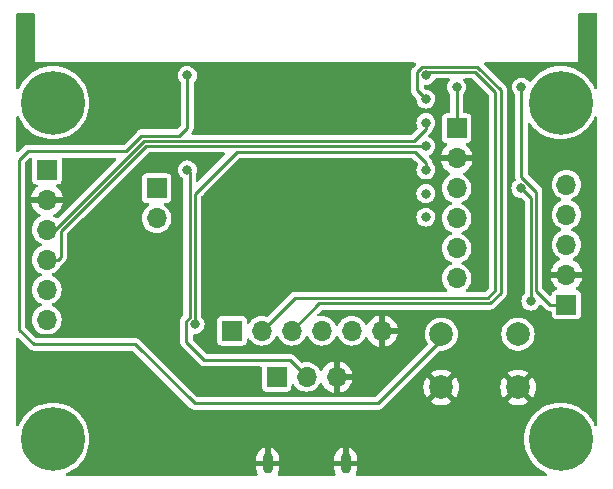
<source format=gbr>
%TF.GenerationSoftware,KiCad,Pcbnew,7.0.8*%
%TF.CreationDate,2023-12-05T19:13:38+00:00*%
%TF.ProjectId,multisensor,6d756c74-6973-4656-9e73-6f722e6b6963,rev?*%
%TF.SameCoordinates,Original*%
%TF.FileFunction,Copper,L2,Bot*%
%TF.FilePolarity,Positive*%
%FSLAX46Y46*%
G04 Gerber Fmt 4.6, Leading zero omitted, Abs format (unit mm)*
G04 Created by KiCad (PCBNEW 7.0.8) date 2023-12-05 19:13:38*
%MOMM*%
%LPD*%
G01*
G04 APERTURE LIST*
%TA.AperFunction,ComponentPad*%
%ADD10C,5.400000*%
%TD*%
%TA.AperFunction,ComponentPad*%
%ADD11R,1.700000X1.700000*%
%TD*%
%TA.AperFunction,ComponentPad*%
%ADD12O,1.700000X1.700000*%
%TD*%
%TA.AperFunction,ComponentPad*%
%ADD13C,2.000000*%
%TD*%
%TA.AperFunction,ComponentPad*%
%ADD14O,0.900000X1.800000*%
%TD*%
%TA.AperFunction,ViaPad*%
%ADD15C,0.800000*%
%TD*%
%TA.AperFunction,Conductor*%
%ADD16C,0.250000*%
%TD*%
G04 APERTURE END LIST*
D10*
%TO.P,REF\u002A\u002A,1*%
%TO.N,N/C*%
X131875000Y-119875000D03*
%TD*%
D11*
%TO.P,J6,1,Pin_1*%
%TO.N,+5V*%
X175375000Y-108475000D03*
D12*
%TO.P,J6,2,Pin_2*%
%TO.N,GND*%
X175375000Y-105935000D03*
%TO.P,J6,3,Pin_3*%
%TO.N,SCL*%
X175375000Y-103395000D03*
%TO.P,J6,4,Pin_4*%
%TO.N,SDA*%
X175375000Y-100855000D03*
%TO.P,J6,5,Pin_5*%
%TO.N,unconnected-(J6-Pin_5-Pad5)*%
X175375000Y-98315000D03*
%TD*%
D10*
%TO.P,REF\u002A\u002A,1*%
%TO.N,N/C*%
X131875000Y-91375000D03*
%TD*%
D11*
%TO.P,J5,1,Pin_1*%
%TO.N,+5V*%
X131375000Y-97050000D03*
D12*
%TO.P,J5,2,Pin_2*%
%TO.N,GND*%
X131375000Y-99590000D03*
%TO.P,J5,3,Pin_3*%
%TO.N,SCL*%
X131375000Y-102130000D03*
%TO.P,J5,4,Pin_4*%
%TO.N,SDA*%
X131375000Y-104670000D03*
%TO.P,J5,5,Pin_5*%
%TO.N,unconnected-(J5-Pin_5-Pad5)*%
X131375000Y-107210000D03*
%TO.P,J5,6,Pin_6*%
%TO.N,unconnected-(J5-Pin_6-Pad6)*%
X131375000Y-109750000D03*
%TD*%
D10*
%TO.P,REF\u002A\u002A,1*%
%TO.N,N/C*%
X174875000Y-119875000D03*
%TD*%
%TO.P,REF\u002A\u002A,1*%
%TO.N,N/C*%
X174875000Y-91375000D03*
%TD*%
D11*
%TO.P,J1,1,Pin_1*%
%TO.N,DTR*%
X147050000Y-110692500D03*
D12*
%TO.P,J1,2,Pin_2*%
%TO.N,TX*%
X149590000Y-110692500D03*
%TO.P,J1,3,Pin_3*%
%TO.N,RX*%
X152130000Y-110692500D03*
%TO.P,J1,4,Pin_4*%
%TO.N,unconnected-(J1-Pin_4-Pad4)*%
X154670000Y-110692500D03*
%TO.P,J1,5,Pin_5*%
%TO.N,RTS*%
X157210000Y-110692500D03*
%TO.P,J1,6,Pin_6*%
%TO.N,GND*%
X159750000Y-110692500D03*
%TD*%
D13*
%TO.P,SW1,2,2*%
%TO.N,GND*%
X171275000Y-115475000D03*
X164775000Y-115475000D03*
%TO.P,SW1,1,1*%
%TO.N,nRST*%
X171275000Y-110975000D03*
X164775000Y-110975000D03*
%TD*%
D14*
%TO.P,J7,S5,SHIELD*%
%TO.N,GND*%
X150075000Y-121925000D03*
%TO.P,J7,S6,SHIELD*%
X156675000Y-121925000D03*
%TD*%
D11*
%TO.P,J4,1,Pin_1*%
%TO.N,+5V*%
X150835000Y-114595000D03*
D12*
%TO.P,J4,2,Pin_2*%
%TO.N,PIR*%
X153375000Y-114595000D03*
%TO.P,J4,3,Pin_3*%
%TO.N,GND*%
X155915000Y-114595000D03*
%TD*%
D11*
%TO.P,J3,1,Pin_1*%
%TO.N,unconnected-(J3-Pin_1-Pad1)*%
X140675000Y-98615000D03*
D12*
%TO.P,J3,2,Pin_2*%
%TO.N,unconnected-(J3-Pin_2-Pad2)*%
X140675000Y-101155000D03*
%TD*%
D11*
%TO.P,J2,1,Pin_1*%
%TO.N,+5V*%
X166075000Y-93540000D03*
D12*
%TO.P,J2,2,Pin_2*%
%TO.N,GND*%
X166075000Y-96080000D03*
%TO.P,J2,3,Pin_3*%
%TO.N,MMW_IO2*%
X166075000Y-98620000D03*
%TO.P,J2,4,Pin_4*%
%TO.N,unconnected-(J2-Pin_4-Pad4)*%
X166075000Y-101160000D03*
%TO.P,J2,5,Pin_5*%
%TO.N,MMW_RX*%
X166075000Y-103700000D03*
%TO.P,J2,6,Pin_6*%
%TO.N,MMW_TX*%
X166075000Y-106240000D03*
%TD*%
D15*
%TO.N,TX*%
X163475000Y-89075000D03*
%TO.N,+3.3V*%
X171506049Y-98631451D03*
X172362500Y-108175000D03*
%TO.N,Net-(U1-GPIO15)*%
X163475000Y-101075000D03*
%TO.N,GND*%
X156429999Y-106883750D03*
X168162500Y-104675000D03*
X150518749Y-106883750D03*
X134762500Y-88775000D03*
X153375000Y-103875000D03*
X135562500Y-109862500D03*
X167975000Y-111975000D03*
X135162500Y-96762500D03*
X131662500Y-113862500D03*
X163462500Y-104375000D03*
X147562500Y-114675000D03*
X142100000Y-91075000D03*
X149975000Y-108740000D03*
X153375000Y-91375000D03*
X171562500Y-88675000D03*
%TO.N,PIR*%
X143275000Y-97075000D03*
%TO.N,SCL*%
X163475000Y-93075000D03*
%TO.N,SDA*%
X163475000Y-95075000D03*
%TO.N,unconnected-(U1-GPIO2-Pad11)*%
X163475000Y-99075000D03*
%TO.N,RX*%
X163475000Y-91075000D03*
%TO.N,+5V*%
X171562500Y-90075000D03*
X166075000Y-90075000D03*
%TO.N,nRST*%
X143275000Y-89075000D03*
%TO.N,GPIO0*%
X163475000Y-97075000D03*
X143925000Y-110155000D03*
%TD*%
D16*
%TO.N,nRST*%
X164775000Y-111475000D02*
X164775000Y-110975000D01*
X159405000Y-116845000D02*
X164775000Y-111475000D01*
X143888604Y-116845000D02*
X159405000Y-116845000D01*
X129005000Y-110585000D02*
X130255000Y-111835000D01*
X129005000Y-96245000D02*
X129005000Y-110585000D01*
X129755000Y-95495000D02*
X129005000Y-96245000D01*
X138058604Y-95495000D02*
X129755000Y-95495000D01*
X139388604Y-94165000D02*
X138058604Y-95495000D01*
X142605000Y-94165000D02*
X139388604Y-94165000D01*
X143275000Y-93495000D02*
X142605000Y-94165000D01*
X143275000Y-89075000D02*
X143275000Y-93495000D01*
X138878604Y-111835000D02*
X143888604Y-116845000D01*
X130255000Y-111835000D02*
X138878604Y-111835000D01*
%TO.N,TX*%
X163750000Y-88800000D02*
X167651104Y-88800000D01*
X169362500Y-107275000D02*
X168722500Y-107915000D01*
X163475000Y-89075000D02*
X163750000Y-88800000D01*
X167651104Y-88800000D02*
X169362500Y-90511396D01*
X168722500Y-107915000D02*
X152367500Y-107915000D01*
X169362500Y-90511396D02*
X169362500Y-107275000D01*
X152367500Y-107915000D02*
X149590000Y-110692500D01*
%TO.N,+3.3V*%
X172362500Y-99487902D02*
X171506049Y-98631451D01*
X172362500Y-108175000D02*
X172362500Y-99487902D01*
%TO.N,PIR*%
X144715000Y-113185000D02*
X143200000Y-111670000D01*
X143200000Y-109854695D02*
X143475000Y-109579695D01*
X143475000Y-109579695D02*
X143475000Y-97275000D01*
X143200000Y-111670000D02*
X143200000Y-109854695D01*
X143475000Y-97275000D02*
X143275000Y-97075000D01*
X153375000Y-114595000D02*
X151965000Y-113185000D01*
X151965000Y-113185000D02*
X144715000Y-113185000D01*
%TO.N,SCL*%
X132060000Y-102130000D02*
X139575000Y-94615000D01*
X162455000Y-94615000D02*
X163475000Y-93595000D01*
X131375000Y-102130000D02*
X132060000Y-102130000D01*
X163475000Y-93595000D02*
X163475000Y-93075000D01*
X139575000Y-94615000D02*
X162455000Y-94615000D01*
%TO.N,SDA*%
X139761396Y-95065000D02*
X163465000Y-95065000D01*
X163465000Y-95065000D02*
X163475000Y-95075000D01*
X132300000Y-104670000D02*
X132562500Y-104407500D01*
X131375000Y-104670000D02*
X132300000Y-104670000D01*
X132562500Y-104407500D02*
X132562500Y-102263896D01*
X132562500Y-102263896D02*
X139761396Y-95065000D01*
%TO.N,RX*%
X167837500Y-88350000D02*
X163174695Y-88350000D01*
X162745000Y-88779695D02*
X162745000Y-90345000D01*
X162745000Y-90345000D02*
X163475000Y-91075000D01*
X154457500Y-108365000D02*
X168908896Y-108365000D01*
X168908896Y-108365000D02*
X169812500Y-107461396D01*
X152130000Y-110692500D02*
X154457500Y-108365000D01*
X169812500Y-90325000D02*
X167837500Y-88350000D01*
X163174695Y-88350000D02*
X162745000Y-88779695D01*
X169812500Y-107461396D02*
X169812500Y-90325000D01*
%TO.N,+5V*%
X172812500Y-107325000D02*
X173962500Y-108475000D01*
X171562500Y-97675000D02*
X171793951Y-97906451D01*
X166075000Y-93540000D02*
X166075000Y-90075000D01*
X173962500Y-108475000D02*
X175375000Y-108475000D01*
X172812500Y-98912597D02*
X172812500Y-107325000D01*
X171793951Y-97906451D02*
X171806354Y-97906451D01*
X171806354Y-97906451D02*
X172812500Y-98912597D01*
X171562500Y-90175000D02*
X171562500Y-97675000D01*
%TO.N,GPIO0*%
X162515000Y-95515000D02*
X147485000Y-95515000D01*
X163475000Y-96475000D02*
X162515000Y-95515000D01*
X143925000Y-99075000D02*
X143925000Y-110155000D01*
X163475000Y-97075000D02*
X163475000Y-96475000D01*
X147485000Y-95515000D02*
X143925000Y-99075000D01*
%TD*%
%TA.AperFunction,Conductor*%
%TO.N,GND*%
G36*
X130318039Y-83795185D02*
G01*
X130363794Y-83847989D01*
X130375000Y-83899500D01*
X130375000Y-87975000D01*
X162507163Y-87975000D01*
X162574202Y-87994685D01*
X162619957Y-88047489D01*
X162629901Y-88116647D01*
X162600876Y-88180203D01*
X162594844Y-88186681D01*
X162379771Y-88401754D01*
X162333531Y-88444938D01*
X162311653Y-88480916D01*
X162308080Y-88486165D01*
X162282638Y-88519715D01*
X162282633Y-88519724D01*
X162276525Y-88535212D01*
X162267125Y-88554137D01*
X162258477Y-88568359D01*
X162258474Y-88568365D01*
X162247114Y-88608906D01*
X162245091Y-88614923D01*
X162229641Y-88654104D01*
X162229640Y-88654106D01*
X162227937Y-88670671D01*
X162223991Y-88691434D01*
X162219500Y-88707462D01*
X162219500Y-88749574D01*
X162219175Y-88755918D01*
X162214869Y-88797802D01*
X162214869Y-88797806D01*
X162217697Y-88814206D01*
X162219500Y-88835275D01*
X162219500Y-90336016D01*
X162217340Y-90399250D01*
X162227308Y-90440153D01*
X162228494Y-90446394D01*
X162234228Y-90488109D01*
X162240864Y-90503387D01*
X162247602Y-90523424D01*
X162251542Y-90539593D01*
X162251543Y-90539594D01*
X162272175Y-90576289D01*
X162275000Y-90581977D01*
X162291782Y-90620611D01*
X162302283Y-90633518D01*
X162314182Y-90651000D01*
X162322342Y-90665512D01*
X162338409Y-90681578D01*
X162352119Y-90695288D01*
X162356376Y-90700006D01*
X162382946Y-90732665D01*
X162396549Y-90742267D01*
X162412716Y-90755886D01*
X162633528Y-90976697D01*
X162667013Y-91038020D01*
X162668546Y-91068037D01*
X162669435Y-91068037D01*
X162669435Y-91075003D01*
X162689630Y-91254249D01*
X162689631Y-91254254D01*
X162749211Y-91424523D01*
X162783939Y-91479792D01*
X162845184Y-91577262D01*
X162972738Y-91704816D01*
X163125478Y-91800789D01*
X163295745Y-91860368D01*
X163295750Y-91860369D01*
X163474996Y-91880565D01*
X163475000Y-91880565D01*
X163475004Y-91880565D01*
X163654249Y-91860369D01*
X163654252Y-91860368D01*
X163654255Y-91860368D01*
X163824522Y-91800789D01*
X163977262Y-91704816D01*
X164104816Y-91577262D01*
X164200789Y-91424522D01*
X164260368Y-91254255D01*
X164280565Y-91075000D01*
X164279780Y-91068037D01*
X164260369Y-90895750D01*
X164260368Y-90895745D01*
X164208803Y-90748382D01*
X164200789Y-90725478D01*
X164174718Y-90683987D01*
X164143007Y-90633518D01*
X164104816Y-90572738D01*
X163977262Y-90445184D01*
X163904151Y-90399245D01*
X163824523Y-90349211D01*
X163654254Y-90289631D01*
X163654249Y-90289630D01*
X163475004Y-90269435D01*
X163468037Y-90269435D01*
X163468037Y-90267277D01*
X163409436Y-90257010D01*
X163376697Y-90233528D01*
X163342676Y-90199507D01*
X163306818Y-90163648D01*
X163273334Y-90102324D01*
X163270500Y-90075967D01*
X163270500Y-89996279D01*
X163290185Y-89929240D01*
X163342989Y-89883485D01*
X163408383Y-89873059D01*
X163443368Y-89877000D01*
X163474998Y-89880565D01*
X163475000Y-89880565D01*
X163475004Y-89880565D01*
X163654249Y-89860369D01*
X163654252Y-89860368D01*
X163654255Y-89860368D01*
X163824522Y-89800789D01*
X163977262Y-89704816D01*
X164104816Y-89577262D01*
X164200789Y-89424522D01*
X164206379Y-89408545D01*
X164247100Y-89351770D01*
X164312053Y-89326022D01*
X164323421Y-89325500D01*
X165393060Y-89325500D01*
X165460099Y-89345185D01*
X165505854Y-89397989D01*
X165515798Y-89467147D01*
X165486773Y-89530703D01*
X165480741Y-89537181D01*
X165445184Y-89572737D01*
X165349211Y-89725476D01*
X165289631Y-89895745D01*
X165289630Y-89895750D01*
X165269435Y-90074996D01*
X165269435Y-90075003D01*
X165289630Y-90254249D01*
X165289631Y-90254254D01*
X165349211Y-90424523D01*
X165445184Y-90577262D01*
X165513181Y-90645259D01*
X165546666Y-90706582D01*
X165549500Y-90732940D01*
X165549500Y-92165500D01*
X165529815Y-92232539D01*
X165477011Y-92278294D01*
X165425501Y-92289500D01*
X165193482Y-92289500D01*
X165112519Y-92302323D01*
X165099696Y-92304354D01*
X164986658Y-92361950D01*
X164986657Y-92361951D01*
X164986652Y-92361954D01*
X164896954Y-92451652D01*
X164896951Y-92451657D01*
X164839352Y-92564698D01*
X164824500Y-92658475D01*
X164824500Y-94421517D01*
X164830731Y-94460857D01*
X164839354Y-94515304D01*
X164896950Y-94628342D01*
X164896952Y-94628344D01*
X164896954Y-94628347D01*
X164986652Y-94718045D01*
X164986654Y-94718046D01*
X164986658Y-94718050D01*
X165099696Y-94775646D01*
X165099697Y-94775646D01*
X165099699Y-94775647D01*
X165191655Y-94790211D01*
X165254790Y-94820140D01*
X165291722Y-94879451D01*
X165290724Y-94949313D01*
X165252115Y-95007546D01*
X165243383Y-95014258D01*
X165203924Y-95041887D01*
X165036891Y-95208920D01*
X165036886Y-95208926D01*
X164901400Y-95402420D01*
X164901399Y-95402422D01*
X164801570Y-95616507D01*
X164801567Y-95616513D01*
X164744364Y-95829999D01*
X164744364Y-95830000D01*
X165641314Y-95830000D01*
X165615507Y-95870156D01*
X165575000Y-96008111D01*
X165575000Y-96151889D01*
X165615507Y-96289844D01*
X165641314Y-96330000D01*
X164744364Y-96330000D01*
X164801567Y-96543486D01*
X164801570Y-96543492D01*
X164901399Y-96757578D01*
X165036894Y-96951082D01*
X165203917Y-97118105D01*
X165397419Y-97253598D01*
X165480865Y-97292509D01*
X165533305Y-97338681D01*
X165552457Y-97405875D01*
X165532242Y-97472756D01*
X165480868Y-97517273D01*
X165447363Y-97532897D01*
X165447357Y-97532900D01*
X165268121Y-97658402D01*
X165113402Y-97813121D01*
X164987900Y-97992357D01*
X164987898Y-97992361D01*
X164895426Y-98190668D01*
X164895422Y-98190677D01*
X164838793Y-98402020D01*
X164838793Y-98402024D01*
X164824770Y-98562315D01*
X164819723Y-98620000D01*
X164836726Y-98814355D01*
X164838793Y-98837975D01*
X164838793Y-98837979D01*
X164895422Y-99049322D01*
X164895424Y-99049326D01*
X164895425Y-99049330D01*
X164941661Y-99148484D01*
X164987897Y-99247638D01*
X164997440Y-99261266D01*
X165113402Y-99426877D01*
X165268123Y-99581598D01*
X165441991Y-99703342D01*
X165447361Y-99707102D01*
X165598583Y-99777618D01*
X165651022Y-99823790D01*
X165670174Y-99890984D01*
X165649958Y-99957865D01*
X165598583Y-100002382D01*
X165447361Y-100072898D01*
X165447357Y-100072900D01*
X165268121Y-100198402D01*
X165113402Y-100353121D01*
X164987900Y-100532357D01*
X164987898Y-100532361D01*
X164939093Y-100637024D01*
X164897758Y-100725668D01*
X164895426Y-100730668D01*
X164895422Y-100730677D01*
X164838793Y-100942020D01*
X164838793Y-100942024D01*
X164819723Y-101159997D01*
X164819723Y-101160002D01*
X164820458Y-101168402D01*
X164838355Y-101372975D01*
X164838793Y-101377975D01*
X164838793Y-101377979D01*
X164895422Y-101589322D01*
X164895424Y-101589326D01*
X164895425Y-101589330D01*
X164929254Y-101661877D01*
X164987897Y-101787638D01*
X164987898Y-101787639D01*
X165113402Y-101966877D01*
X165268123Y-102121598D01*
X165440220Y-102242102D01*
X165447361Y-102247102D01*
X165598583Y-102317618D01*
X165651022Y-102363790D01*
X165670174Y-102430984D01*
X165649958Y-102497865D01*
X165598583Y-102542382D01*
X165447361Y-102612898D01*
X165447357Y-102612900D01*
X165268121Y-102738402D01*
X165113402Y-102893121D01*
X164987900Y-103072357D01*
X164987898Y-103072361D01*
X164895426Y-103270668D01*
X164895422Y-103270677D01*
X164838793Y-103482020D01*
X164838793Y-103482024D01*
X164819723Y-103699997D01*
X164819723Y-103700002D01*
X164838793Y-103917975D01*
X164838793Y-103917979D01*
X164895422Y-104129322D01*
X164895424Y-104129326D01*
X164895425Y-104129330D01*
X164929254Y-104201877D01*
X164987897Y-104327638D01*
X164987898Y-104327639D01*
X165113402Y-104506877D01*
X165268123Y-104661598D01*
X165410655Y-104761400D01*
X165447361Y-104787102D01*
X165598583Y-104857618D01*
X165651022Y-104903790D01*
X165670174Y-104970984D01*
X165649958Y-105037865D01*
X165598583Y-105082382D01*
X165447361Y-105152898D01*
X165447357Y-105152900D01*
X165268121Y-105278402D01*
X165113402Y-105433121D01*
X164987900Y-105612357D01*
X164987898Y-105612361D01*
X164895426Y-105810668D01*
X164895422Y-105810677D01*
X164838793Y-106022020D01*
X164838793Y-106022024D01*
X164819723Y-106239997D01*
X164819723Y-106240002D01*
X164838793Y-106457975D01*
X164838793Y-106457979D01*
X164895422Y-106669322D01*
X164895424Y-106669326D01*
X164895425Y-106669330D01*
X164941661Y-106768484D01*
X164987897Y-106867638D01*
X164987898Y-106867639D01*
X165113402Y-107046877D01*
X165113406Y-107046881D01*
X165244344Y-107177819D01*
X165277829Y-107239142D01*
X165272845Y-107308834D01*
X165230973Y-107364767D01*
X165165509Y-107389184D01*
X165156663Y-107389500D01*
X152376484Y-107389500D01*
X152313255Y-107387340D01*
X152313254Y-107387340D01*
X152313252Y-107387340D01*
X152272348Y-107397308D01*
X152266110Y-107398493D01*
X152224387Y-107404229D01*
X152209111Y-107410864D01*
X152189085Y-107417599D01*
X152172907Y-107421542D01*
X152172904Y-107421544D01*
X152136210Y-107442175D01*
X152130523Y-107444999D01*
X152091895Y-107461778D01*
X152091891Y-107461780D01*
X152078971Y-107472292D01*
X152061491Y-107484188D01*
X152046990Y-107492341D01*
X152046985Y-107492344D01*
X152017215Y-107522113D01*
X152012502Y-107526367D01*
X151979835Y-107552945D01*
X151970228Y-107566554D01*
X151956609Y-107582720D01*
X150075532Y-109463797D01*
X150014209Y-109497282D01*
X149955758Y-109495891D01*
X149807977Y-109456293D01*
X149698988Y-109446758D01*
X149590002Y-109437223D01*
X149589998Y-109437223D01*
X149444682Y-109449936D01*
X149372023Y-109456293D01*
X149372020Y-109456293D01*
X149160677Y-109512922D01*
X149160670Y-109512924D01*
X149160670Y-109512925D01*
X149157391Y-109514454D01*
X148962361Y-109605398D01*
X148962357Y-109605400D01*
X148783121Y-109730902D01*
X148628402Y-109885621D01*
X148526074Y-110031762D01*
X148471497Y-110075387D01*
X148401999Y-110082581D01*
X148339644Y-110051058D01*
X148304230Y-109990828D01*
X148300499Y-109960639D01*
X148300499Y-109810982D01*
X148295982Y-109782462D01*
X148285646Y-109717196D01*
X148228050Y-109604158D01*
X148228046Y-109604154D01*
X148228045Y-109604152D01*
X148138347Y-109514454D01*
X148138344Y-109514452D01*
X148138342Y-109514450D01*
X148061517Y-109475305D01*
X148025301Y-109456852D01*
X147931524Y-109442000D01*
X146168482Y-109442000D01*
X146087519Y-109454823D01*
X146074696Y-109456854D01*
X145961658Y-109514450D01*
X145961657Y-109514451D01*
X145961652Y-109514454D01*
X145871954Y-109604152D01*
X145871951Y-109604157D01*
X145871950Y-109604158D01*
X145859223Y-109629137D01*
X145814352Y-109717198D01*
X145799500Y-109810975D01*
X145799500Y-111574017D01*
X145810292Y-111642157D01*
X145814354Y-111667804D01*
X145871950Y-111780842D01*
X145871952Y-111780844D01*
X145871954Y-111780847D01*
X145961652Y-111870545D01*
X145961654Y-111870546D01*
X145961658Y-111870550D01*
X146074694Y-111928145D01*
X146074698Y-111928147D01*
X146168475Y-111942999D01*
X146168481Y-111943000D01*
X147931518Y-111942999D01*
X148025304Y-111928146D01*
X148138342Y-111870550D01*
X148228050Y-111780842D01*
X148285646Y-111667804D01*
X148285646Y-111667802D01*
X148285647Y-111667801D01*
X148300499Y-111574024D01*
X148300500Y-111574019D01*
X148300499Y-111424359D01*
X148320183Y-111357323D01*
X148372987Y-111311568D01*
X148442145Y-111301624D01*
X148505701Y-111330649D01*
X148526073Y-111353238D01*
X148607672Y-111469772D01*
X148628402Y-111499377D01*
X148783123Y-111654098D01*
X148962361Y-111779602D01*
X149160670Y-111872075D01*
X149372023Y-111928707D01*
X149554926Y-111944708D01*
X149589998Y-111947777D01*
X149590000Y-111947777D01*
X149590002Y-111947777D01*
X149618254Y-111945305D01*
X149807977Y-111928707D01*
X150019330Y-111872075D01*
X150217639Y-111779602D01*
X150396877Y-111654098D01*
X150551598Y-111499377D01*
X150677102Y-111320139D01*
X150747618Y-111168914D01*
X150793790Y-111116477D01*
X150860984Y-111097325D01*
X150927865Y-111117541D01*
X150972381Y-111168914D01*
X151042898Y-111320139D01*
X151168402Y-111499377D01*
X151323123Y-111654098D01*
X151502361Y-111779602D01*
X151700670Y-111872075D01*
X151912023Y-111928707D01*
X152094926Y-111944708D01*
X152129998Y-111947777D01*
X152130000Y-111947777D01*
X152130002Y-111947777D01*
X152158254Y-111945305D01*
X152347977Y-111928707D01*
X152559330Y-111872075D01*
X152757639Y-111779602D01*
X152936877Y-111654098D01*
X153091598Y-111499377D01*
X153217102Y-111320139D01*
X153287618Y-111168914D01*
X153333790Y-111116477D01*
X153400984Y-111097325D01*
X153467865Y-111117541D01*
X153512381Y-111168914D01*
X153582898Y-111320139D01*
X153708402Y-111499377D01*
X153863123Y-111654098D01*
X154042361Y-111779602D01*
X154240670Y-111872075D01*
X154452023Y-111928707D01*
X154634926Y-111944708D01*
X154669998Y-111947777D01*
X154670000Y-111947777D01*
X154670002Y-111947777D01*
X154698254Y-111945305D01*
X154887977Y-111928707D01*
X155099330Y-111872075D01*
X155297639Y-111779602D01*
X155476877Y-111654098D01*
X155631598Y-111499377D01*
X155757102Y-111320139D01*
X155827618Y-111168914D01*
X155873790Y-111116477D01*
X155940984Y-111097325D01*
X156007865Y-111117541D01*
X156052381Y-111168914D01*
X156122898Y-111320139D01*
X156248402Y-111499377D01*
X156403123Y-111654098D01*
X156582361Y-111779602D01*
X156780670Y-111872075D01*
X156992023Y-111928707D01*
X157174926Y-111944708D01*
X157209998Y-111947777D01*
X157210000Y-111947777D01*
X157210002Y-111947777D01*
X157238254Y-111945305D01*
X157427977Y-111928707D01*
X157639330Y-111872075D01*
X157837639Y-111779602D01*
X158016877Y-111654098D01*
X158171598Y-111499377D01*
X158297102Y-111320139D01*
X158312726Y-111286632D01*
X158358896Y-111234195D01*
X158426090Y-111215043D01*
X158492971Y-111235258D01*
X158537489Y-111286634D01*
X158576399Y-111370078D01*
X158711894Y-111563582D01*
X158878917Y-111730605D01*
X159072421Y-111866100D01*
X159286507Y-111965929D01*
X159286516Y-111965933D01*
X159500000Y-112023134D01*
X159500000Y-111128001D01*
X159607685Y-111177180D01*
X159714237Y-111192500D01*
X159785763Y-111192500D01*
X159892315Y-111177180D01*
X160000000Y-111128001D01*
X160000000Y-112023133D01*
X160213483Y-111965933D01*
X160213492Y-111965929D01*
X160427578Y-111866100D01*
X160621082Y-111730605D01*
X160788105Y-111563582D01*
X160923600Y-111370078D01*
X161023429Y-111155992D01*
X161023432Y-111155986D01*
X161080636Y-110942500D01*
X160183686Y-110942500D01*
X160209493Y-110902344D01*
X160250000Y-110764389D01*
X160250000Y-110620611D01*
X160209493Y-110482656D01*
X160183686Y-110442500D01*
X161080636Y-110442500D01*
X161080635Y-110442499D01*
X161023432Y-110229013D01*
X161023429Y-110229007D01*
X160923600Y-110014922D01*
X160923599Y-110014920D01*
X160788113Y-109821426D01*
X160788108Y-109821420D01*
X160621082Y-109654394D01*
X160427578Y-109518899D01*
X160213492Y-109419070D01*
X160213486Y-109419067D01*
X160000000Y-109361864D01*
X160000000Y-110256998D01*
X159892315Y-110207820D01*
X159785763Y-110192500D01*
X159714237Y-110192500D01*
X159607685Y-110207820D01*
X159500000Y-110256998D01*
X159500000Y-109361864D01*
X159499999Y-109361864D01*
X159286513Y-109419067D01*
X159286507Y-109419070D01*
X159072422Y-109518899D01*
X159072420Y-109518900D01*
X158878926Y-109654386D01*
X158878920Y-109654391D01*
X158711891Y-109821420D01*
X158711886Y-109821426D01*
X158576400Y-110014920D01*
X158576399Y-110014922D01*
X158537489Y-110098366D01*
X158491317Y-110150805D01*
X158424123Y-110169957D01*
X158357242Y-110149741D01*
X158312725Y-110098366D01*
X158297102Y-110064862D01*
X158297100Y-110064859D01*
X158297099Y-110064857D01*
X158171599Y-109885624D01*
X158096950Y-109810975D01*
X158016877Y-109730902D01*
X157837639Y-109605398D01*
X157837640Y-109605398D01*
X157837638Y-109605397D01*
X157737353Y-109558634D01*
X157639330Y-109512925D01*
X157639326Y-109512924D01*
X157639322Y-109512922D01*
X157427977Y-109456293D01*
X157210002Y-109437223D01*
X157209998Y-109437223D01*
X157064682Y-109449936D01*
X156992023Y-109456293D01*
X156992020Y-109456293D01*
X156780677Y-109512922D01*
X156780670Y-109512924D01*
X156780670Y-109512925D01*
X156777391Y-109514454D01*
X156582361Y-109605398D01*
X156582357Y-109605400D01*
X156403121Y-109730902D01*
X156248402Y-109885621D01*
X156122900Y-110064857D01*
X156122898Y-110064861D01*
X156052382Y-110216083D01*
X156006209Y-110268522D01*
X155939016Y-110287674D01*
X155872135Y-110267458D01*
X155827618Y-110216083D01*
X155779014Y-110111852D01*
X155757102Y-110064862D01*
X155757100Y-110064859D01*
X155757099Y-110064857D01*
X155631599Y-109885624D01*
X155556950Y-109810975D01*
X155476877Y-109730902D01*
X155297639Y-109605398D01*
X155297640Y-109605398D01*
X155297638Y-109605397D01*
X155197353Y-109558634D01*
X155099330Y-109512925D01*
X155099326Y-109512924D01*
X155099322Y-109512922D01*
X154887977Y-109456293D01*
X154670002Y-109437223D01*
X154669998Y-109437223D01*
X154524682Y-109449936D01*
X154452023Y-109456293D01*
X154452021Y-109456293D01*
X154452017Y-109456294D01*
X154430961Y-109461936D01*
X154361111Y-109460273D01*
X154303249Y-109421109D01*
X154275746Y-109356880D01*
X154287333Y-109287978D01*
X154311186Y-109254482D01*
X154638850Y-108926819D01*
X154700173Y-108893334D01*
X154726531Y-108890500D01*
X168899912Y-108890500D01*
X168963141Y-108892660D01*
X169004065Y-108882686D01*
X169010264Y-108881507D01*
X169052007Y-108875771D01*
X169067282Y-108869135D01*
X169087317Y-108862397D01*
X169103490Y-108858457D01*
X169140212Y-108837808D01*
X169145851Y-108835007D01*
X169184505Y-108818219D01*
X169197424Y-108807707D01*
X169214893Y-108795818D01*
X169229408Y-108787658D01*
X169259194Y-108757870D01*
X169263895Y-108753628D01*
X169296561Y-108727054D01*
X169306160Y-108713453D01*
X169319777Y-108697287D01*
X170177728Y-107839336D01*
X170223969Y-107796151D01*
X170245853Y-107760162D01*
X170249414Y-107754930D01*
X170274864Y-107721371D01*
X170280973Y-107705878D01*
X170290376Y-107686947D01*
X170299026Y-107672724D01*
X170310388Y-107632166D01*
X170312403Y-107626175D01*
X170327859Y-107586985D01*
X170329561Y-107570418D01*
X170333506Y-107549660D01*
X170338000Y-107533624D01*
X170338000Y-107491515D01*
X170338325Y-107485171D01*
X170339649Y-107472292D01*
X170342631Y-107443286D01*
X170339803Y-107426882D01*
X170338000Y-107405815D01*
X170338000Y-90333983D01*
X170340160Y-90270755D01*
X170330191Y-90229848D01*
X170329006Y-90223618D01*
X170323271Y-90181889D01*
X170316637Y-90166616D01*
X170309897Y-90146574D01*
X170305957Y-90130407D01*
X170305955Y-90130403D01*
X170285322Y-90093706D01*
X170282496Y-90088017D01*
X170276843Y-90075003D01*
X170265719Y-90049391D01*
X170255213Y-90036477D01*
X170243312Y-90018990D01*
X170235160Y-90004491D01*
X170235158Y-90004488D01*
X170205382Y-89974712D01*
X170201126Y-89969996D01*
X170197109Y-89965059D01*
X170174554Y-89937335D01*
X170174550Y-89937332D01*
X170174545Y-89937328D01*
X170160953Y-89927733D01*
X170144781Y-89914111D01*
X168417351Y-88186681D01*
X168383866Y-88125358D01*
X168388850Y-88055666D01*
X168430722Y-87999733D01*
X168496186Y-87975316D01*
X168505032Y-87975000D01*
X176375000Y-87975000D01*
X176375000Y-83899500D01*
X176394685Y-83832461D01*
X176447489Y-83786706D01*
X176499000Y-83775500D01*
X177850500Y-83775500D01*
X177917539Y-83795185D01*
X177963294Y-83847989D01*
X177974500Y-83899500D01*
X177974500Y-90132468D01*
X177954815Y-90199507D01*
X177902011Y-90245262D01*
X177832853Y-90255206D01*
X177769297Y-90226181D01*
X177735939Y-90179921D01*
X177676522Y-90036477D01*
X177672855Y-90027624D01*
X177504405Y-89722836D01*
X177302888Y-89438824D01*
X177070839Y-89179161D01*
X176811176Y-88947112D01*
X176527164Y-88745595D01*
X176222376Y-88577145D01*
X176211734Y-88572737D01*
X176155741Y-88549544D01*
X175900644Y-88443879D01*
X175572046Y-88349211D01*
X175566017Y-88347474D01*
X175566009Y-88347472D01*
X175222700Y-88289142D01*
X175222688Y-88289140D01*
X174875000Y-88269615D01*
X174527311Y-88289140D01*
X174527299Y-88289142D01*
X174183990Y-88347472D01*
X174183982Y-88347474D01*
X173849359Y-88443878D01*
X173849356Y-88443879D01*
X173759941Y-88480916D01*
X173527625Y-88577144D01*
X173222835Y-88745595D01*
X172938823Y-88947113D01*
X172679161Y-89179161D01*
X172447111Y-89438824D01*
X172370753Y-89546440D01*
X172315905Y-89589724D01*
X172246363Y-89596483D01*
X172184206Y-89564572D01*
X172181943Y-89562365D01*
X172064762Y-89445184D01*
X171912023Y-89349211D01*
X171741754Y-89289631D01*
X171741749Y-89289630D01*
X171562504Y-89269435D01*
X171562496Y-89269435D01*
X171383250Y-89289630D01*
X171383245Y-89289631D01*
X171212976Y-89349211D01*
X171060237Y-89445184D01*
X170932684Y-89572737D01*
X170836711Y-89725476D01*
X170777131Y-89895745D01*
X170777130Y-89895750D01*
X170756935Y-90074996D01*
X170756935Y-90075003D01*
X170777130Y-90254249D01*
X170777131Y-90254254D01*
X170836711Y-90424523D01*
X170932684Y-90577262D01*
X171000681Y-90645259D01*
X171034166Y-90706582D01*
X171037000Y-90732940D01*
X171037000Y-97666016D01*
X171034840Y-97729250D01*
X171044808Y-97770153D01*
X171045994Y-97776394D01*
X171051728Y-97818109D01*
X171058364Y-97833387D01*
X171065104Y-97853431D01*
X171067127Y-97861734D01*
X171063871Y-97931528D01*
X171023399Y-97988483D01*
X171012631Y-97996077D01*
X171003789Y-98001633D01*
X171003784Y-98001637D01*
X170876233Y-98129188D01*
X170780260Y-98281927D01*
X170720680Y-98452196D01*
X170720679Y-98452201D01*
X170700484Y-98631447D01*
X170700484Y-98631454D01*
X170720679Y-98810700D01*
X170720680Y-98810705D01*
X170780260Y-98980974D01*
X170839341Y-99075000D01*
X170876233Y-99133713D01*
X171003787Y-99261267D01*
X171053763Y-99292669D01*
X171129089Y-99340000D01*
X171156527Y-99357240D01*
X171284735Y-99402102D01*
X171326794Y-99416819D01*
X171326799Y-99416820D01*
X171506046Y-99437016D01*
X171513014Y-99437016D01*
X171513014Y-99439175D01*
X171571606Y-99449437D01*
X171604351Y-99472923D01*
X171800681Y-99669253D01*
X171834166Y-99730576D01*
X171837000Y-99756934D01*
X171837000Y-107517060D01*
X171817315Y-107584099D01*
X171800681Y-107604741D01*
X171732684Y-107672737D01*
X171636711Y-107825476D01*
X171577131Y-107995745D01*
X171577130Y-107995750D01*
X171556935Y-108174996D01*
X171556935Y-108175003D01*
X171577130Y-108354249D01*
X171577131Y-108354254D01*
X171636711Y-108524523D01*
X171723658Y-108662898D01*
X171732684Y-108677262D01*
X171860238Y-108804816D01*
X171945607Y-108858457D01*
X172000040Y-108892660D01*
X172012978Y-108900789D01*
X172146090Y-108947367D01*
X172183245Y-108960368D01*
X172183250Y-108960369D01*
X172362496Y-108980565D01*
X172362500Y-108980565D01*
X172362504Y-108980565D01*
X172541749Y-108960369D01*
X172541752Y-108960368D01*
X172541755Y-108960368D01*
X172712022Y-108900789D01*
X172864762Y-108804816D01*
X172992316Y-108677262D01*
X173075238Y-108545291D01*
X173127573Y-108499001D01*
X173196626Y-108488353D01*
X173260475Y-108516728D01*
X173267913Y-108523583D01*
X173584573Y-108840243D01*
X173627745Y-108886469D01*
X173651292Y-108900788D01*
X173663713Y-108908342D01*
X173668963Y-108911914D01*
X173702525Y-108937365D01*
X173718025Y-108943477D01*
X173736953Y-108952879D01*
X173751172Y-108961526D01*
X173791713Y-108972885D01*
X173797724Y-108974907D01*
X173808726Y-108979245D01*
X173836911Y-108990360D01*
X173841814Y-108990864D01*
X173853475Y-108992063D01*
X173874249Y-108996011D01*
X173885453Y-108999150D01*
X173890272Y-109000500D01*
X173932370Y-109000500D01*
X173938711Y-109000824D01*
X173980610Y-109005132D01*
X173980617Y-109005130D01*
X173989089Y-109004842D01*
X173989144Y-109006455D01*
X174048841Y-109013342D01*
X174102903Y-109057604D01*
X174124453Y-109124067D01*
X174124501Y-109127532D01*
X174124501Y-109356518D01*
X174139354Y-109450304D01*
X174196950Y-109563342D01*
X174196952Y-109563344D01*
X174196954Y-109563347D01*
X174286652Y-109653045D01*
X174286654Y-109653046D01*
X174286658Y-109653050D01*
X174399694Y-109710645D01*
X174399698Y-109710647D01*
X174493475Y-109725499D01*
X174493481Y-109725500D01*
X176256518Y-109725499D01*
X176350304Y-109710646D01*
X176463342Y-109653050D01*
X176553050Y-109563342D01*
X176610646Y-109450304D01*
X176610646Y-109450302D01*
X176610647Y-109450301D01*
X176625499Y-109356524D01*
X176625500Y-109356519D01*
X176625499Y-107593482D01*
X176610646Y-107499696D01*
X176553050Y-107386658D01*
X176553046Y-107386654D01*
X176553045Y-107386652D01*
X176463347Y-107296954D01*
X176463344Y-107296952D01*
X176463342Y-107296950D01*
X176386517Y-107257805D01*
X176350301Y-107239352D01*
X176258342Y-107224788D01*
X176195207Y-107194859D01*
X176158276Y-107135547D01*
X176159274Y-107065685D01*
X176197884Y-107007452D01*
X176206617Y-107000740D01*
X176246080Y-106973107D01*
X176413105Y-106806082D01*
X176548600Y-106612578D01*
X176648429Y-106398492D01*
X176648432Y-106398486D01*
X176705636Y-106185000D01*
X175808686Y-106185000D01*
X175834493Y-106144844D01*
X175875000Y-106006889D01*
X175875000Y-105863111D01*
X175834493Y-105725156D01*
X175808686Y-105685000D01*
X176705636Y-105685000D01*
X176705635Y-105684999D01*
X176648432Y-105471513D01*
X176648429Y-105471507D01*
X176548600Y-105257422D01*
X176548599Y-105257420D01*
X176413113Y-105063926D01*
X176413108Y-105063920D01*
X176246082Y-104896894D01*
X176052578Y-104761399D01*
X175969134Y-104722489D01*
X175916695Y-104676317D01*
X175897543Y-104609123D01*
X175917759Y-104542242D01*
X175969132Y-104497726D01*
X176002639Y-104482102D01*
X176181877Y-104356598D01*
X176336598Y-104201877D01*
X176462102Y-104022639D01*
X176554575Y-103824330D01*
X176611207Y-103612977D01*
X176628552Y-103414723D01*
X176630277Y-103395002D01*
X176630277Y-103394997D01*
X176622803Y-103309575D01*
X176611207Y-103177023D01*
X176554575Y-102965670D01*
X176462102Y-102767362D01*
X176462100Y-102767359D01*
X176462099Y-102767357D01*
X176336599Y-102588124D01*
X176268900Y-102520425D01*
X176181877Y-102433402D01*
X176002639Y-102307898D01*
X175851414Y-102237381D01*
X175798977Y-102191210D01*
X175779825Y-102124016D01*
X175800041Y-102057135D01*
X175851414Y-102012618D01*
X176002639Y-101942102D01*
X176181877Y-101816598D01*
X176336598Y-101661877D01*
X176462102Y-101482639D01*
X176554575Y-101284330D01*
X176611207Y-101072977D01*
X176630277Y-100855000D01*
X176629579Y-100847026D01*
X176625685Y-100802509D01*
X176611207Y-100637023D01*
X176554575Y-100425670D01*
X176462102Y-100227362D01*
X176462100Y-100227359D01*
X176462099Y-100227357D01*
X176336599Y-100048124D01*
X176263900Y-99975425D01*
X176181877Y-99893402D01*
X176002639Y-99767898D01*
X175851414Y-99697381D01*
X175798977Y-99651210D01*
X175779825Y-99584016D01*
X175800041Y-99517135D01*
X175851414Y-99472618D01*
X176002639Y-99402102D01*
X176181877Y-99276598D01*
X176336598Y-99121877D01*
X176462102Y-98942639D01*
X176554575Y-98744330D01*
X176611207Y-98532977D01*
X176628280Y-98337826D01*
X176630277Y-98315002D01*
X176630277Y-98314997D01*
X176622670Y-98228048D01*
X176611207Y-98097023D01*
X176554575Y-97885670D01*
X176462102Y-97687362D01*
X176462100Y-97687359D01*
X176462099Y-97687357D01*
X176336599Y-97508124D01*
X176265425Y-97436950D01*
X176181877Y-97353402D01*
X176002639Y-97227898D01*
X176002640Y-97227898D01*
X176002638Y-97227897D01*
X175903484Y-97181661D01*
X175804330Y-97135425D01*
X175804326Y-97135424D01*
X175804322Y-97135422D01*
X175592977Y-97078793D01*
X175375002Y-97059723D01*
X175374998Y-97059723D01*
X175229682Y-97072436D01*
X175157023Y-97078793D01*
X175157020Y-97078793D01*
X174945677Y-97135422D01*
X174945668Y-97135426D01*
X174747361Y-97227898D01*
X174747357Y-97227900D01*
X174568121Y-97353402D01*
X174413402Y-97508121D01*
X174287900Y-97687357D01*
X174287898Y-97687361D01*
X174195426Y-97885668D01*
X174195422Y-97885677D01*
X174138793Y-98097020D01*
X174138793Y-98097024D01*
X174119723Y-98314997D01*
X174119723Y-98315002D01*
X174138793Y-98532975D01*
X174138793Y-98532979D01*
X174195422Y-98744322D01*
X174195424Y-98744326D01*
X174195425Y-98744330D01*
X174226374Y-98810700D01*
X174287897Y-98942638D01*
X174287898Y-98942639D01*
X174413402Y-99121877D01*
X174568123Y-99276598D01*
X174683292Y-99357240D01*
X174747361Y-99402102D01*
X174898583Y-99472618D01*
X174951022Y-99518790D01*
X174970174Y-99585984D01*
X174949958Y-99652865D01*
X174898583Y-99697382D01*
X174747361Y-99767898D01*
X174747357Y-99767900D01*
X174568121Y-99893402D01*
X174413402Y-100048121D01*
X174287900Y-100227357D01*
X174287898Y-100227361D01*
X174195426Y-100425668D01*
X174195422Y-100425677D01*
X174138793Y-100637020D01*
X174138793Y-100637024D01*
X174119723Y-100854997D01*
X174119723Y-100855002D01*
X174125049Y-100915875D01*
X174136161Y-101042898D01*
X174138793Y-101072975D01*
X174138793Y-101072979D01*
X174195422Y-101284322D01*
X174195424Y-101284326D01*
X174195425Y-101284330D01*
X174236761Y-101372975D01*
X174287897Y-101482638D01*
X174301708Y-101502362D01*
X174413402Y-101661877D01*
X174568123Y-101816598D01*
X174747360Y-101942101D01*
X174747361Y-101942102D01*
X174898583Y-102012618D01*
X174951022Y-102058790D01*
X174970174Y-102125984D01*
X174949958Y-102192865D01*
X174898583Y-102237382D01*
X174747361Y-102307898D01*
X174747357Y-102307900D01*
X174568121Y-102433402D01*
X174413402Y-102588121D01*
X174287900Y-102767357D01*
X174287898Y-102767361D01*
X174195426Y-102965668D01*
X174195422Y-102965677D01*
X174138793Y-103177020D01*
X174138793Y-103177024D01*
X174119723Y-103394997D01*
X174119723Y-103395002D01*
X174121448Y-103414723D01*
X174136161Y-103582898D01*
X174138793Y-103612975D01*
X174138793Y-103612979D01*
X174195422Y-103824322D01*
X174195424Y-103824326D01*
X174195425Y-103824330D01*
X174239092Y-103917975D01*
X174287897Y-104022638D01*
X174301708Y-104042362D01*
X174413402Y-104201877D01*
X174568123Y-104356598D01*
X174747361Y-104482102D01*
X174780862Y-104497724D01*
X174780865Y-104497725D01*
X174833304Y-104543897D01*
X174852456Y-104611091D01*
X174832240Y-104677972D01*
X174780865Y-104722489D01*
X174697422Y-104761399D01*
X174697420Y-104761400D01*
X174503926Y-104896886D01*
X174503920Y-104896891D01*
X174336891Y-105063920D01*
X174336886Y-105063926D01*
X174201400Y-105257420D01*
X174201399Y-105257422D01*
X174101570Y-105471507D01*
X174101567Y-105471513D01*
X174044364Y-105684999D01*
X174044364Y-105685000D01*
X174941314Y-105685000D01*
X174915507Y-105725156D01*
X174875000Y-105863111D01*
X174875000Y-106006889D01*
X174915507Y-106144844D01*
X174941314Y-106185000D01*
X174044364Y-106185000D01*
X174101567Y-106398486D01*
X174101570Y-106398492D01*
X174201399Y-106612578D01*
X174336894Y-106806082D01*
X174503918Y-106973106D01*
X174543385Y-107000742D01*
X174587009Y-107055319D01*
X174594201Y-107124818D01*
X174562678Y-107187172D01*
X174502448Y-107222585D01*
X174491656Y-107224790D01*
X174399696Y-107239354D01*
X174286658Y-107296950D01*
X174286657Y-107296951D01*
X174286652Y-107296954D01*
X174196954Y-107386652D01*
X174196951Y-107386657D01*
X174196950Y-107386658D01*
X174182463Y-107415090D01*
X174139352Y-107499698D01*
X174124500Y-107593475D01*
X174124500Y-107594469D01*
X174124393Y-107594833D01*
X174124118Y-107598331D01*
X174123382Y-107598273D01*
X174104815Y-107661508D01*
X174052011Y-107707263D01*
X173982853Y-107717207D01*
X173919297Y-107688182D01*
X173912819Y-107682150D01*
X173374319Y-107143650D01*
X173340834Y-107082327D01*
X173338000Y-107055969D01*
X173338000Y-98921580D01*
X173338882Y-98895750D01*
X173340160Y-98858352D01*
X173330190Y-98817440D01*
X173329007Y-98811221D01*
X173323271Y-98769486D01*
X173316638Y-98754217D01*
X173309896Y-98734168D01*
X173305957Y-98718002D01*
X173285319Y-98681297D01*
X173282496Y-98675615D01*
X173265719Y-98636988D01*
X173255206Y-98624066D01*
X173243311Y-98606587D01*
X173235157Y-98592085D01*
X173205387Y-98562315D01*
X173201137Y-98557607D01*
X173174554Y-98524932D01*
X173164091Y-98517546D01*
X173160950Y-98515329D01*
X173144778Y-98501706D01*
X172184295Y-97541223D01*
X172170691Y-97526657D01*
X172141109Y-97494982D01*
X172141106Y-97494980D01*
X172141104Y-97494978D01*
X172134525Y-97489625D01*
X172136682Y-97486973D01*
X172100488Y-97447194D01*
X172088000Y-97392963D01*
X172088000Y-93194100D01*
X172107685Y-93127061D01*
X172160489Y-93081306D01*
X172229647Y-93071362D01*
X172293203Y-93100387D01*
X172313127Y-93122342D01*
X172447112Y-93311176D01*
X172679161Y-93570839D01*
X172938824Y-93802888D01*
X173222836Y-94004405D01*
X173527624Y-94172855D01*
X173849356Y-94306121D01*
X174183987Y-94402527D01*
X174527307Y-94460859D01*
X174875000Y-94480385D01*
X175222693Y-94460859D01*
X175566013Y-94402527D01*
X175900644Y-94306121D01*
X176222376Y-94172855D01*
X176527164Y-94004405D01*
X176811176Y-93802888D01*
X177070839Y-93570839D01*
X177302888Y-93311176D01*
X177504405Y-93027164D01*
X177672855Y-92722376D01*
X177735939Y-92570077D01*
X177779780Y-92515675D01*
X177846074Y-92493610D01*
X177913773Y-92510889D01*
X177961384Y-92562026D01*
X177974500Y-92617531D01*
X177974500Y-118632468D01*
X177954815Y-118699507D01*
X177902011Y-118745262D01*
X177832853Y-118755206D01*
X177769297Y-118726181D01*
X177735939Y-118679921D01*
X177672855Y-118527625D01*
X177672855Y-118527624D01*
X177504405Y-118222836D01*
X177302888Y-117938824D01*
X177070839Y-117679161D01*
X176811176Y-117447112D01*
X176527164Y-117245595D01*
X176222376Y-117077145D01*
X175900644Y-116943879D01*
X175733328Y-116895676D01*
X175566017Y-116847474D01*
X175566009Y-116847472D01*
X175222700Y-116789142D01*
X175222688Y-116789140D01*
X174875000Y-116769615D01*
X174527311Y-116789140D01*
X174527299Y-116789142D01*
X174183990Y-116847472D01*
X174183982Y-116847474D01*
X173849359Y-116943878D01*
X173849356Y-116943879D01*
X173755124Y-116982911D01*
X173527625Y-117077144D01*
X173222835Y-117245595D01*
X172938823Y-117447113D01*
X172679161Y-117679161D01*
X172447113Y-117938823D01*
X172245595Y-118222835D01*
X172077144Y-118527625D01*
X171943878Y-118849359D01*
X171847474Y-119183982D01*
X171847472Y-119183990D01*
X171789142Y-119527299D01*
X171789140Y-119527311D01*
X171769615Y-119875000D01*
X171789140Y-120222688D01*
X171789142Y-120222700D01*
X171847472Y-120566009D01*
X171847474Y-120566017D01*
X171862360Y-120617687D01*
X171943879Y-120900644D01*
X172077145Y-121222376D01*
X172245595Y-121527164D01*
X172447112Y-121811176D01*
X172679161Y-122070839D01*
X172938824Y-122302888D01*
X173222836Y-122504405D01*
X173527624Y-122672855D01*
X173679922Y-122735939D01*
X173734325Y-122779780D01*
X173756390Y-122846074D01*
X173739111Y-122913773D01*
X173687974Y-122961384D01*
X173632469Y-122974500D01*
X157639662Y-122974500D01*
X157572623Y-122954815D01*
X157526868Y-122902011D01*
X157516924Y-122832853D01*
X157525711Y-122801599D01*
X157586107Y-122660860D01*
X157625000Y-122471606D01*
X157625000Y-122175000D01*
X156925000Y-122175000D01*
X156925000Y-121675000D01*
X157625000Y-121675000D01*
X157625000Y-121426823D01*
X157610352Y-121282778D01*
X157552515Y-121098438D01*
X157552510Y-121098428D01*
X157458748Y-120929501D01*
X157458743Y-120929494D01*
X157332892Y-120782894D01*
X157180109Y-120664631D01*
X157180105Y-120664629D01*
X157006642Y-120579542D01*
X157006643Y-120579542D01*
X156925000Y-120558403D01*
X156925000Y-121550376D01*
X156910495Y-121477455D01*
X156855240Y-121394760D01*
X156772545Y-121339505D01*
X156675000Y-121320102D01*
X156577455Y-121339505D01*
X156494760Y-121394760D01*
X156439505Y-121477455D01*
X156425000Y-121550376D01*
X156425000Y-120554528D01*
X156254472Y-120617685D01*
X156254468Y-120617687D01*
X156090496Y-120719892D01*
X155950465Y-120853002D01*
X155950464Y-120853003D01*
X155840086Y-121011586D01*
X155763893Y-121189137D01*
X155725000Y-121378393D01*
X155725000Y-121675000D01*
X156425000Y-121675000D01*
X156425000Y-122175000D01*
X155725000Y-122175000D01*
X155725000Y-122423176D01*
X155739647Y-122567221D01*
X155797484Y-122751561D01*
X155797491Y-122751576D01*
X155818997Y-122790323D01*
X155834320Y-122858492D01*
X155810356Y-122924123D01*
X155754713Y-122966380D01*
X155710578Y-122974500D01*
X151039662Y-122974500D01*
X150972623Y-122954815D01*
X150926868Y-122902011D01*
X150916924Y-122832853D01*
X150925711Y-122801599D01*
X150986107Y-122660860D01*
X151025000Y-122471606D01*
X151025000Y-122175000D01*
X150325000Y-122175000D01*
X150325000Y-121675000D01*
X151025000Y-121675000D01*
X151025000Y-121426823D01*
X151010352Y-121282778D01*
X150952515Y-121098438D01*
X150952510Y-121098428D01*
X150858748Y-120929501D01*
X150858743Y-120929494D01*
X150732892Y-120782894D01*
X150580109Y-120664631D01*
X150580105Y-120664629D01*
X150406642Y-120579542D01*
X150406643Y-120579542D01*
X150325000Y-120558403D01*
X150325000Y-121550376D01*
X150310495Y-121477455D01*
X150255240Y-121394760D01*
X150172545Y-121339505D01*
X150075000Y-121320102D01*
X149977455Y-121339505D01*
X149894760Y-121394760D01*
X149839505Y-121477455D01*
X149825000Y-121550376D01*
X149825000Y-120554528D01*
X149654472Y-120617685D01*
X149654468Y-120617687D01*
X149490496Y-120719892D01*
X149350465Y-120853002D01*
X149350464Y-120853003D01*
X149240086Y-121011586D01*
X149163893Y-121189137D01*
X149125000Y-121378393D01*
X149125000Y-121675000D01*
X149825000Y-121675000D01*
X149825000Y-122175000D01*
X149125000Y-122175000D01*
X149125000Y-122423176D01*
X149139647Y-122567221D01*
X149197484Y-122751561D01*
X149197491Y-122751576D01*
X149218997Y-122790323D01*
X149234320Y-122858492D01*
X149210356Y-122924123D01*
X149154713Y-122966380D01*
X149110578Y-122974500D01*
X133117531Y-122974500D01*
X133050492Y-122954815D01*
X133004737Y-122902011D01*
X132994793Y-122832853D01*
X133023818Y-122769297D01*
X133070078Y-122735939D01*
X133222376Y-122672855D01*
X133527164Y-122504405D01*
X133811176Y-122302888D01*
X134070839Y-122070839D01*
X134302888Y-121811176D01*
X134504405Y-121527164D01*
X134672855Y-121222376D01*
X134806121Y-120900644D01*
X134902527Y-120566013D01*
X134960859Y-120222693D01*
X134980385Y-119875000D01*
X134960859Y-119527307D01*
X134902527Y-119183987D01*
X134806121Y-118849356D01*
X134672855Y-118527624D01*
X134504405Y-118222836D01*
X134302888Y-117938824D01*
X134070839Y-117679161D01*
X133811176Y-117447112D01*
X133527164Y-117245595D01*
X133222376Y-117077145D01*
X132900644Y-116943879D01*
X132733328Y-116895676D01*
X132566017Y-116847474D01*
X132566009Y-116847472D01*
X132222700Y-116789142D01*
X132222688Y-116789140D01*
X131875000Y-116769615D01*
X131527311Y-116789140D01*
X131527299Y-116789142D01*
X131183990Y-116847472D01*
X131183982Y-116847474D01*
X130849359Y-116943878D01*
X130849356Y-116943879D01*
X130755124Y-116982911D01*
X130527625Y-117077144D01*
X130222835Y-117245595D01*
X129938823Y-117447113D01*
X129679161Y-117679161D01*
X129447113Y-117938823D01*
X129245595Y-118222835D01*
X129077144Y-118527625D01*
X129014061Y-118679921D01*
X128970220Y-118734324D01*
X128903926Y-118756389D01*
X128836226Y-118739110D01*
X128788616Y-118687972D01*
X128775500Y-118632468D01*
X128775500Y-111398031D01*
X128795185Y-111330992D01*
X128847989Y-111285237D01*
X128917147Y-111275293D01*
X128980703Y-111304318D01*
X128987181Y-111310350D01*
X129877059Y-112200228D01*
X129920245Y-112246469D01*
X129956222Y-112268346D01*
X129961466Y-112271915D01*
X129995025Y-112297364D01*
X130010510Y-112303470D01*
X130029447Y-112312876D01*
X130043669Y-112321525D01*
X130043671Y-112321525D01*
X130043672Y-112321526D01*
X130084216Y-112332885D01*
X130090220Y-112334903D01*
X130129411Y-112350359D01*
X130135067Y-112350940D01*
X130145968Y-112352061D01*
X130166746Y-112356009D01*
X130182772Y-112360500D01*
X130224880Y-112360500D01*
X130231221Y-112360824D01*
X130273110Y-112365131D01*
X130289514Y-112362302D01*
X130310580Y-112360500D01*
X138609572Y-112360500D01*
X138676611Y-112380185D01*
X138697253Y-112396819D01*
X143510663Y-117210228D01*
X143553849Y-117256469D01*
X143589826Y-117278346D01*
X143595070Y-117281915D01*
X143628629Y-117307364D01*
X143644114Y-117313470D01*
X143663051Y-117322876D01*
X143677273Y-117331525D01*
X143677275Y-117331525D01*
X143677276Y-117331526D01*
X143717820Y-117342885D01*
X143723824Y-117344903D01*
X143763015Y-117360359D01*
X143768671Y-117360940D01*
X143779572Y-117362061D01*
X143800350Y-117366009D01*
X143816376Y-117370500D01*
X143858484Y-117370500D01*
X143864825Y-117370824D01*
X143906714Y-117375131D01*
X143923118Y-117372302D01*
X143944184Y-117370500D01*
X159396016Y-117370500D01*
X159459245Y-117372660D01*
X159500169Y-117362686D01*
X159506368Y-117361507D01*
X159548111Y-117355771D01*
X159563386Y-117349135D01*
X159583421Y-117342397D01*
X159599594Y-117338457D01*
X159636316Y-117317808D01*
X159641955Y-117315007D01*
X159680609Y-117298219D01*
X159693528Y-117287707D01*
X159710997Y-117275818D01*
X159725512Y-117267658D01*
X159755298Y-117237870D01*
X159759999Y-117233628D01*
X159792665Y-117207054D01*
X159802264Y-117193453D01*
X159815881Y-117177287D01*
X161518163Y-115475005D01*
X163269859Y-115475005D01*
X163290385Y-115722729D01*
X163290387Y-115722738D01*
X163351412Y-115963717D01*
X163451266Y-116191364D01*
X163551564Y-116344882D01*
X164249070Y-115647376D01*
X164251884Y-115660915D01*
X164321442Y-115795156D01*
X164424638Y-115905652D01*
X164553819Y-115984209D01*
X164605002Y-115998549D01*
X163904942Y-116698609D01*
X163951768Y-116735055D01*
X163951770Y-116735056D01*
X164170385Y-116853364D01*
X164170396Y-116853369D01*
X164405506Y-116934083D01*
X164650707Y-116975000D01*
X164899293Y-116975000D01*
X165144493Y-116934083D01*
X165379603Y-116853369D01*
X165379614Y-116853364D01*
X165598228Y-116735057D01*
X165598231Y-116735055D01*
X165645056Y-116698609D01*
X164946568Y-116000121D01*
X165063458Y-115949349D01*
X165180739Y-115853934D01*
X165267928Y-115730415D01*
X165298354Y-115644802D01*
X165998434Y-116344882D01*
X166098731Y-116191369D01*
X166198587Y-115963717D01*
X166259612Y-115722738D01*
X166259614Y-115722729D01*
X166280141Y-115475005D01*
X169769859Y-115475005D01*
X169790385Y-115722729D01*
X169790387Y-115722738D01*
X169851412Y-115963717D01*
X169951266Y-116191364D01*
X170051564Y-116344882D01*
X170749070Y-115647376D01*
X170751884Y-115660915D01*
X170821442Y-115795156D01*
X170924638Y-115905652D01*
X171053819Y-115984209D01*
X171105002Y-115998549D01*
X170404942Y-116698609D01*
X170451768Y-116735055D01*
X170451770Y-116735056D01*
X170670385Y-116853364D01*
X170670396Y-116853369D01*
X170905506Y-116934083D01*
X171150707Y-116975000D01*
X171399293Y-116975000D01*
X171644493Y-116934083D01*
X171879603Y-116853369D01*
X171879614Y-116853364D01*
X172098228Y-116735057D01*
X172098231Y-116735055D01*
X172145056Y-116698609D01*
X171446568Y-116000121D01*
X171563458Y-115949349D01*
X171680739Y-115853934D01*
X171767928Y-115730415D01*
X171798354Y-115644802D01*
X172498434Y-116344882D01*
X172598731Y-116191369D01*
X172698587Y-115963717D01*
X172759612Y-115722738D01*
X172759614Y-115722729D01*
X172780141Y-115475005D01*
X172780141Y-115474994D01*
X172759614Y-115227270D01*
X172759612Y-115227261D01*
X172698587Y-114986282D01*
X172598731Y-114758630D01*
X172498434Y-114605116D01*
X171800929Y-115302622D01*
X171798116Y-115289085D01*
X171728558Y-115154844D01*
X171625362Y-115044348D01*
X171496181Y-114965791D01*
X171444997Y-114951450D01*
X172145057Y-114251390D01*
X172145056Y-114251389D01*
X172098229Y-114214943D01*
X171879614Y-114096635D01*
X171879603Y-114096630D01*
X171644493Y-114015916D01*
X171399293Y-113975000D01*
X171150707Y-113975000D01*
X170905506Y-114015916D01*
X170670396Y-114096630D01*
X170670390Y-114096632D01*
X170451761Y-114214949D01*
X170404942Y-114251388D01*
X170404942Y-114251390D01*
X171103431Y-114949878D01*
X170986542Y-115000651D01*
X170869261Y-115096066D01*
X170782072Y-115219585D01*
X170751645Y-115305197D01*
X170051564Y-114605116D01*
X169951267Y-114758632D01*
X169851412Y-114986282D01*
X169790387Y-115227261D01*
X169790385Y-115227270D01*
X169769859Y-115474994D01*
X169769859Y-115475005D01*
X166280141Y-115475005D01*
X166280141Y-115474994D01*
X166259614Y-115227270D01*
X166259612Y-115227261D01*
X166198587Y-114986282D01*
X166098731Y-114758630D01*
X165998434Y-114605116D01*
X165300929Y-115302622D01*
X165298116Y-115289085D01*
X165228558Y-115154844D01*
X165125362Y-115044348D01*
X164996181Y-114965791D01*
X164944997Y-114951450D01*
X165645057Y-114251390D01*
X165645056Y-114251389D01*
X165598229Y-114214943D01*
X165379614Y-114096635D01*
X165379603Y-114096630D01*
X165144493Y-114015916D01*
X164899293Y-113975000D01*
X164650707Y-113975000D01*
X164405506Y-114015916D01*
X164170396Y-114096630D01*
X164170390Y-114096632D01*
X163951761Y-114214949D01*
X163904942Y-114251388D01*
X163904942Y-114251390D01*
X164603431Y-114949878D01*
X164486542Y-115000651D01*
X164369261Y-115096066D01*
X164282072Y-115219585D01*
X164251645Y-115305197D01*
X163551564Y-114605116D01*
X163451267Y-114758632D01*
X163351412Y-114986282D01*
X163290387Y-115227261D01*
X163290385Y-115227270D01*
X163269859Y-115474994D01*
X163269859Y-115475005D01*
X161518163Y-115475005D01*
X164581350Y-112411819D01*
X164642673Y-112378334D01*
X164669031Y-112375500D01*
X164891048Y-112375500D01*
X164891049Y-112375500D01*
X165119981Y-112337298D01*
X165339503Y-112261936D01*
X165543626Y-112151470D01*
X165726784Y-112008913D01*
X165883979Y-111838153D01*
X166010924Y-111643849D01*
X166104157Y-111431300D01*
X166161134Y-111206305D01*
X166162278Y-111192500D01*
X166180300Y-110975006D01*
X169869700Y-110975006D01*
X169888864Y-111206297D01*
X169888866Y-111206308D01*
X169945842Y-111431300D01*
X170039075Y-111643848D01*
X170166016Y-111838147D01*
X170166019Y-111838151D01*
X170166021Y-111838153D01*
X170323216Y-112008913D01*
X170323219Y-112008915D01*
X170323222Y-112008918D01*
X170506365Y-112151464D01*
X170506371Y-112151468D01*
X170506374Y-112151470D01*
X170596471Y-112200228D01*
X170681916Y-112246469D01*
X170710497Y-112261936D01*
X170813692Y-112297363D01*
X170930015Y-112337297D01*
X170930017Y-112337297D01*
X170930019Y-112337298D01*
X171158951Y-112375500D01*
X171158952Y-112375500D01*
X171391048Y-112375500D01*
X171391049Y-112375500D01*
X171619981Y-112337298D01*
X171839503Y-112261936D01*
X172043626Y-112151470D01*
X172226784Y-112008913D01*
X172383979Y-111838153D01*
X172510924Y-111643849D01*
X172604157Y-111431300D01*
X172661134Y-111206305D01*
X172662278Y-111192500D01*
X172680300Y-110975006D01*
X172680300Y-110974993D01*
X172661135Y-110743702D01*
X172661133Y-110743691D01*
X172604157Y-110518699D01*
X172510924Y-110306151D01*
X172383983Y-110111852D01*
X172383980Y-110111849D01*
X172383979Y-110111847D01*
X172226784Y-109941087D01*
X172226779Y-109941083D01*
X172226777Y-109941081D01*
X172043634Y-109798535D01*
X172043628Y-109798531D01*
X171839504Y-109688064D01*
X171839495Y-109688061D01*
X171619984Y-109612702D01*
X171448282Y-109584050D01*
X171391049Y-109574500D01*
X171158951Y-109574500D01*
X171113164Y-109582140D01*
X170930015Y-109612702D01*
X170710504Y-109688061D01*
X170710495Y-109688064D01*
X170506371Y-109798531D01*
X170506365Y-109798535D01*
X170323222Y-109941081D01*
X170323219Y-109941084D01*
X170166016Y-110111852D01*
X170039075Y-110306151D01*
X169945842Y-110518699D01*
X169888866Y-110743691D01*
X169888864Y-110743702D01*
X169869700Y-110974993D01*
X169869700Y-110975006D01*
X166180300Y-110975006D01*
X166180300Y-110974993D01*
X166161135Y-110743702D01*
X166161133Y-110743691D01*
X166104157Y-110518699D01*
X166010924Y-110306151D01*
X165883983Y-110111852D01*
X165883980Y-110111849D01*
X165883979Y-110111847D01*
X165726784Y-109941087D01*
X165726779Y-109941083D01*
X165726777Y-109941081D01*
X165543634Y-109798535D01*
X165543628Y-109798531D01*
X165339504Y-109688064D01*
X165339495Y-109688061D01*
X165119984Y-109612702D01*
X164948282Y-109584050D01*
X164891049Y-109574500D01*
X164658951Y-109574500D01*
X164613164Y-109582140D01*
X164430015Y-109612702D01*
X164210504Y-109688061D01*
X164210495Y-109688064D01*
X164006371Y-109798531D01*
X164006365Y-109798535D01*
X163823222Y-109941081D01*
X163823219Y-109941084D01*
X163666016Y-110111852D01*
X163539075Y-110306151D01*
X163445842Y-110518699D01*
X163388866Y-110743691D01*
X163388864Y-110743702D01*
X163369700Y-110974993D01*
X163369700Y-110975006D01*
X163388864Y-111206297D01*
X163388866Y-111206308D01*
X163445842Y-111431300D01*
X163539074Y-111643845D01*
X163539076Y-111643849D01*
X163611995Y-111755460D01*
X163632182Y-111822349D01*
X163613002Y-111889534D01*
X163595867Y-111910962D01*
X159223650Y-116283181D01*
X159162327Y-116316666D01*
X159135969Y-116319500D01*
X144157636Y-116319500D01*
X144090597Y-116299815D01*
X144069955Y-116283181D01*
X139256545Y-111469772D01*
X139255284Y-111468422D01*
X139213359Y-111423531D01*
X139177379Y-111401651D01*
X139172133Y-111398081D01*
X139157066Y-111386655D01*
X139138580Y-111372636D01*
X139130010Y-111369256D01*
X139123089Y-111366527D01*
X139104157Y-111357124D01*
X139089933Y-111348474D01*
X139049389Y-111337113D01*
X139043370Y-111335089D01*
X139005458Y-111320140D01*
X139004193Y-111319641D01*
X139004189Y-111319640D01*
X139004187Y-111319640D01*
X138987626Y-111317937D01*
X138966859Y-111313990D01*
X138950835Y-111309500D01*
X138950832Y-111309500D01*
X138908724Y-111309500D01*
X138902382Y-111309175D01*
X138884457Y-111307332D01*
X138860496Y-111304869D01*
X138860492Y-111304869D01*
X138851180Y-111306474D01*
X138844089Y-111307697D01*
X138823024Y-111309500D01*
X130524032Y-111309500D01*
X130456993Y-111289815D01*
X130436351Y-111273181D01*
X129566819Y-110403649D01*
X129533334Y-110342326D01*
X129530500Y-110315968D01*
X129530500Y-96514031D01*
X129550185Y-96446992D01*
X129566819Y-96426350D01*
X129723734Y-96269435D01*
X129912821Y-96080347D01*
X129974142Y-96046864D01*
X130043833Y-96051848D01*
X130099767Y-96093719D01*
X130124184Y-96159184D01*
X130124500Y-96168030D01*
X130124500Y-97931517D01*
X130134136Y-97992357D01*
X130139354Y-98025304D01*
X130196950Y-98138342D01*
X130196952Y-98138344D01*
X130196954Y-98138347D01*
X130286652Y-98228045D01*
X130286654Y-98228046D01*
X130286658Y-98228050D01*
X130399696Y-98285646D01*
X130399697Y-98285646D01*
X130399699Y-98285647D01*
X130491655Y-98300211D01*
X130554790Y-98330140D01*
X130591722Y-98389451D01*
X130590724Y-98459313D01*
X130552115Y-98517546D01*
X130543383Y-98524258D01*
X130503924Y-98551887D01*
X130336891Y-98718920D01*
X130336886Y-98718926D01*
X130201400Y-98912420D01*
X130201399Y-98912422D01*
X130101570Y-99126507D01*
X130101567Y-99126513D01*
X130044364Y-99339999D01*
X130044364Y-99340000D01*
X130941314Y-99340000D01*
X130915507Y-99380156D01*
X130875000Y-99518111D01*
X130875000Y-99661889D01*
X130915507Y-99799844D01*
X130941314Y-99840000D01*
X130044364Y-99840000D01*
X130101567Y-100053486D01*
X130101570Y-100053492D01*
X130201399Y-100267578D01*
X130336894Y-100461082D01*
X130503917Y-100628105D01*
X130697419Y-100763598D01*
X130780865Y-100802509D01*
X130833305Y-100848681D01*
X130852457Y-100915875D01*
X130832242Y-100982756D01*
X130780868Y-101027273D01*
X130747363Y-101042897D01*
X130747357Y-101042900D01*
X130568121Y-101168402D01*
X130413402Y-101323121D01*
X130287900Y-101502357D01*
X130287898Y-101502361D01*
X130195426Y-101700668D01*
X130195422Y-101700677D01*
X130138793Y-101912020D01*
X130138793Y-101912023D01*
X130134431Y-101961877D01*
X130119723Y-102129997D01*
X130119723Y-102130002D01*
X130138793Y-102347975D01*
X130138793Y-102347979D01*
X130195422Y-102559322D01*
X130195424Y-102559326D01*
X130195425Y-102559330D01*
X130208852Y-102588124D01*
X130287897Y-102757638D01*
X130294705Y-102767361D01*
X130413402Y-102936877D01*
X130568123Y-103091598D01*
X130690124Y-103177024D01*
X130747361Y-103217102D01*
X130898583Y-103287618D01*
X130951022Y-103333790D01*
X130970174Y-103400984D01*
X130949958Y-103467865D01*
X130898583Y-103512382D01*
X130747361Y-103582898D01*
X130747357Y-103582900D01*
X130568121Y-103708402D01*
X130413402Y-103863121D01*
X130287900Y-104042357D01*
X130287898Y-104042361D01*
X130195426Y-104240668D01*
X130195422Y-104240677D01*
X130138793Y-104452020D01*
X130138793Y-104452023D01*
X130134968Y-104495746D01*
X130119723Y-104669997D01*
X130119723Y-104670002D01*
X130138793Y-104887975D01*
X130138793Y-104887979D01*
X130195422Y-105099322D01*
X130195424Y-105099326D01*
X130195425Y-105099330D01*
X130220404Y-105152898D01*
X130287897Y-105297638D01*
X130287898Y-105297639D01*
X130413402Y-105476877D01*
X130568123Y-105631598D01*
X130747360Y-105757101D01*
X130747361Y-105757102D01*
X130898583Y-105827618D01*
X130951022Y-105873790D01*
X130970174Y-105940984D01*
X130949958Y-106007865D01*
X130898583Y-106052382D01*
X130747361Y-106122898D01*
X130747357Y-106122900D01*
X130568121Y-106248402D01*
X130413402Y-106403121D01*
X130287900Y-106582357D01*
X130287898Y-106582361D01*
X130195426Y-106780668D01*
X130195422Y-106780677D01*
X130138793Y-106992020D01*
X130138793Y-106992024D01*
X130119723Y-107209997D01*
X130119723Y-107210002D01*
X130122291Y-107239352D01*
X130137782Y-107416425D01*
X130138793Y-107427975D01*
X130138793Y-107427979D01*
X130195422Y-107639322D01*
X130195424Y-107639326D01*
X130195425Y-107639330D01*
X130233681Y-107721370D01*
X130287897Y-107837638D01*
X130287898Y-107837639D01*
X130413402Y-108016877D01*
X130568123Y-108171598D01*
X130747360Y-108297101D01*
X130747361Y-108297102D01*
X130898583Y-108367618D01*
X130951022Y-108413790D01*
X130970174Y-108480984D01*
X130949958Y-108547865D01*
X130898583Y-108592382D01*
X130747361Y-108662898D01*
X130747357Y-108662900D01*
X130568121Y-108788402D01*
X130413402Y-108943121D01*
X130287900Y-109122357D01*
X130287898Y-109122361D01*
X130195426Y-109320668D01*
X130195422Y-109320677D01*
X130138793Y-109532020D01*
X130138793Y-109532023D01*
X130136053Y-109563342D01*
X130119723Y-109749997D01*
X130119723Y-109750002D01*
X130125057Y-109810975D01*
X130136440Y-109941087D01*
X130138793Y-109967975D01*
X130138793Y-109967979D01*
X130195422Y-110179322D01*
X130195424Y-110179326D01*
X130195425Y-110179330D01*
X130218590Y-110229007D01*
X130287897Y-110377638D01*
X130287898Y-110377639D01*
X130413402Y-110556877D01*
X130568123Y-110711598D01*
X130747361Y-110837102D01*
X130945670Y-110929575D01*
X131157023Y-110986207D01*
X131339926Y-111002208D01*
X131374998Y-111005277D01*
X131375000Y-111005277D01*
X131375002Y-111005277D01*
X131403254Y-111002805D01*
X131592977Y-110986207D01*
X131804330Y-110929575D01*
X132002639Y-110837102D01*
X132181877Y-110711598D01*
X132336598Y-110556877D01*
X132462102Y-110377639D01*
X132554575Y-110179330D01*
X132611207Y-109967977D01*
X132630277Y-109750000D01*
X132629898Y-109745671D01*
X132624495Y-109683906D01*
X132611207Y-109532023D01*
X132565613Y-109361864D01*
X132554577Y-109320677D01*
X132554576Y-109320676D01*
X132554575Y-109320670D01*
X132462102Y-109122362D01*
X132462100Y-109122359D01*
X132462099Y-109122357D01*
X132336599Y-108943124D01*
X132262614Y-108869139D01*
X132181877Y-108788402D01*
X132002639Y-108662898D01*
X131851414Y-108592381D01*
X131798977Y-108546210D01*
X131779825Y-108479016D01*
X131800041Y-108412135D01*
X131851414Y-108367618D01*
X132002639Y-108297102D01*
X132181877Y-108171598D01*
X132336598Y-108016877D01*
X132462102Y-107837639D01*
X132554575Y-107639330D01*
X132611207Y-107427977D01*
X132629008Y-107224501D01*
X132630277Y-107210002D01*
X132630277Y-107209997D01*
X132623763Y-107135547D01*
X132611207Y-106992023D01*
X132554575Y-106780670D01*
X132462102Y-106582362D01*
X132462100Y-106582359D01*
X132462099Y-106582357D01*
X132336599Y-106403124D01*
X132293427Y-106359952D01*
X132181877Y-106248402D01*
X132002639Y-106122898D01*
X131851414Y-106052381D01*
X131798977Y-106006210D01*
X131779825Y-105939016D01*
X131800041Y-105872135D01*
X131851414Y-105827618D01*
X132002639Y-105757102D01*
X132181877Y-105631598D01*
X132336598Y-105476877D01*
X132462102Y-105297639D01*
X132515398Y-105183343D01*
X132561567Y-105130907D01*
X132572300Y-105125230D01*
X132575604Y-105123221D01*
X132575603Y-105123221D01*
X132575609Y-105123219D01*
X132588528Y-105112707D01*
X132605997Y-105100818D01*
X132620512Y-105092658D01*
X132650297Y-105062871D01*
X132654988Y-105058637D01*
X132687665Y-105032054D01*
X132697266Y-105018452D01*
X132710882Y-105002286D01*
X132927729Y-104785439D01*
X132973969Y-104742255D01*
X132995853Y-104706266D01*
X132999414Y-104701034D01*
X133024864Y-104667475D01*
X133030973Y-104651982D01*
X133040376Y-104633051D01*
X133049026Y-104618828D01*
X133060388Y-104578270D01*
X133062403Y-104572279D01*
X133077859Y-104533089D01*
X133079561Y-104516522D01*
X133083506Y-104495764D01*
X133088000Y-104479728D01*
X133088000Y-104437619D01*
X133088325Y-104431275D01*
X133092631Y-104389390D01*
X133089803Y-104372986D01*
X133088000Y-104351919D01*
X133088000Y-102532927D01*
X133107685Y-102465888D01*
X133124319Y-102445246D01*
X134414563Y-101155002D01*
X139419723Y-101155002D01*
X139420431Y-101163092D01*
X139434431Y-101323123D01*
X139438793Y-101372975D01*
X139438793Y-101372979D01*
X139495422Y-101584322D01*
X139495424Y-101584326D01*
X139495425Y-101584330D01*
X139531586Y-101661877D01*
X139587897Y-101782638D01*
X139587898Y-101782639D01*
X139713402Y-101961877D01*
X139868123Y-102116598D01*
X140047361Y-102242102D01*
X140245670Y-102334575D01*
X140457023Y-102391207D01*
X140639926Y-102407208D01*
X140674998Y-102410277D01*
X140675000Y-102410277D01*
X140675002Y-102410277D01*
X140703254Y-102407805D01*
X140892977Y-102391207D01*
X141104330Y-102334575D01*
X141302639Y-102242102D01*
X141481877Y-102116598D01*
X141636598Y-101961877D01*
X141762102Y-101782639D01*
X141854575Y-101584330D01*
X141911207Y-101372977D01*
X141929569Y-101163092D01*
X141930277Y-101155002D01*
X141930277Y-101154997D01*
X141923101Y-101072975D01*
X141911207Y-100937023D01*
X141854575Y-100725670D01*
X141762102Y-100527362D01*
X141762100Y-100527359D01*
X141762099Y-100527357D01*
X141636599Y-100348124D01*
X141578105Y-100289630D01*
X141481877Y-100193402D01*
X141335733Y-100091071D01*
X141292112Y-100036497D01*
X141284919Y-99966998D01*
X141316441Y-99904644D01*
X141376671Y-99869230D01*
X141406859Y-99865499D01*
X141556518Y-99865499D01*
X141650304Y-99850646D01*
X141763342Y-99793050D01*
X141853050Y-99703342D01*
X141910646Y-99590304D01*
X141910646Y-99590302D01*
X141910647Y-99590301D01*
X141925499Y-99496524D01*
X141925500Y-99496519D01*
X141925499Y-97733482D01*
X141910646Y-97639696D01*
X141853050Y-97526658D01*
X141853046Y-97526654D01*
X141853045Y-97526652D01*
X141763347Y-97436954D01*
X141763344Y-97436952D01*
X141763342Y-97436950D01*
X141677013Y-97392963D01*
X141650301Y-97379352D01*
X141556524Y-97364500D01*
X139793482Y-97364500D01*
X139712519Y-97377323D01*
X139699696Y-97379354D01*
X139586658Y-97436950D01*
X139586657Y-97436951D01*
X139586652Y-97436954D01*
X139496954Y-97526652D01*
X139496951Y-97526657D01*
X139496950Y-97526658D01*
X139489529Y-97541223D01*
X139439352Y-97639698D01*
X139424500Y-97733475D01*
X139424500Y-99496517D01*
X139428028Y-99518790D01*
X139439354Y-99590304D01*
X139496950Y-99703342D01*
X139496952Y-99703344D01*
X139496954Y-99703347D01*
X139586652Y-99793045D01*
X139586654Y-99793046D01*
X139586658Y-99793050D01*
X139699694Y-99850645D01*
X139699698Y-99850647D01*
X139793475Y-99865499D01*
X139793481Y-99865500D01*
X139943140Y-99865499D01*
X140010177Y-99885183D01*
X140055932Y-99937987D01*
X140065876Y-100007145D01*
X140036851Y-100070701D01*
X140014262Y-100091074D01*
X139868118Y-100193405D01*
X139713402Y-100348121D01*
X139587900Y-100527357D01*
X139587898Y-100527361D01*
X139507100Y-100700631D01*
X139495516Y-100725476D01*
X139495426Y-100725668D01*
X139495422Y-100725677D01*
X139438793Y-100937020D01*
X139438793Y-100937023D01*
X139437621Y-100950425D01*
X139419723Y-101154997D01*
X139419723Y-101155002D01*
X134414563Y-101155002D01*
X139942746Y-95626819D01*
X140004069Y-95593334D01*
X140030427Y-95590500D01*
X146366969Y-95590500D01*
X146434008Y-95610185D01*
X146479763Y-95662989D01*
X146489707Y-95732147D01*
X146460682Y-95795703D01*
X146454650Y-95802181D01*
X144212181Y-98044650D01*
X144150858Y-98078135D01*
X144081166Y-98073151D01*
X144025233Y-98031279D01*
X144000816Y-97965815D01*
X144000500Y-97956969D01*
X144000500Y-97446416D01*
X144007459Y-97405461D01*
X144060366Y-97254262D01*
X144060369Y-97254249D01*
X144080565Y-97075003D01*
X144080565Y-97074996D01*
X144060369Y-96895750D01*
X144060368Y-96895745D01*
X144012021Y-96757578D01*
X144000789Y-96725478D01*
X143904816Y-96572738D01*
X143777262Y-96445184D01*
X143624523Y-96349211D01*
X143454254Y-96289631D01*
X143454249Y-96289630D01*
X143275004Y-96269435D01*
X143274996Y-96269435D01*
X143095750Y-96289630D01*
X143095745Y-96289631D01*
X142925476Y-96349211D01*
X142772737Y-96445184D01*
X142645184Y-96572737D01*
X142549211Y-96725476D01*
X142489631Y-96895745D01*
X142489630Y-96895750D01*
X142469435Y-97074996D01*
X142469435Y-97075003D01*
X142489630Y-97254249D01*
X142489631Y-97254254D01*
X142549211Y-97424523D01*
X142622539Y-97541223D01*
X142645184Y-97577262D01*
X142772738Y-97704816D01*
X142891473Y-97779422D01*
X142937763Y-97831756D01*
X142949500Y-97884415D01*
X142949500Y-109310663D01*
X142929815Y-109377702D01*
X142913181Y-109398344D01*
X142834770Y-109476755D01*
X142788530Y-109519940D01*
X142766653Y-109555916D01*
X142763080Y-109561165D01*
X142737638Y-109594715D01*
X142737633Y-109594724D01*
X142731525Y-109610212D01*
X142722125Y-109629137D01*
X142713477Y-109643359D01*
X142713474Y-109643365D01*
X142702114Y-109683906D01*
X142700091Y-109689923D01*
X142684641Y-109729104D01*
X142684640Y-109729106D01*
X142682937Y-109745671D01*
X142678991Y-109766434D01*
X142674500Y-109782462D01*
X142674500Y-109824574D01*
X142674175Y-109830918D01*
X142669869Y-109872802D01*
X142669869Y-109872806D01*
X142672697Y-109889206D01*
X142674500Y-109910275D01*
X142674500Y-111661016D01*
X142672340Y-111724250D01*
X142682308Y-111765153D01*
X142683494Y-111771394D01*
X142689228Y-111813109D01*
X142695864Y-111828387D01*
X142702602Y-111848424D01*
X142706542Y-111864593D01*
X142706543Y-111864594D01*
X142727175Y-111901289D01*
X142730000Y-111906977D01*
X142746782Y-111945611D01*
X142757283Y-111958518D01*
X142769183Y-111976001D01*
X142777342Y-111990512D01*
X142807115Y-112020285D01*
X142811372Y-112025002D01*
X142837946Y-112057665D01*
X142851544Y-112067264D01*
X142867715Y-112080885D01*
X144337073Y-113550243D01*
X144380245Y-113596469D01*
X144404973Y-113611506D01*
X144416213Y-113618342D01*
X144421463Y-113621914D01*
X144455025Y-113647365D01*
X144470525Y-113653477D01*
X144489453Y-113662879D01*
X144503672Y-113671526D01*
X144544213Y-113682885D01*
X144550224Y-113684907D01*
X144561226Y-113689245D01*
X144589411Y-113700360D01*
X144594314Y-113700864D01*
X144605975Y-113702063D01*
X144626749Y-113706011D01*
X144637953Y-113709150D01*
X144642772Y-113710500D01*
X144684870Y-113710500D01*
X144691211Y-113710824D01*
X144733110Y-113715132D01*
X144743068Y-113713415D01*
X144749519Y-113712303D01*
X144770587Y-113710500D01*
X149460500Y-113710500D01*
X149527539Y-113730185D01*
X149573294Y-113782989D01*
X149584500Y-113834500D01*
X149584500Y-115476517D01*
X149595292Y-115544657D01*
X149599354Y-115570304D01*
X149656950Y-115683342D01*
X149656952Y-115683344D01*
X149656954Y-115683347D01*
X149746652Y-115773045D01*
X149746654Y-115773046D01*
X149746658Y-115773050D01*
X149855588Y-115828553D01*
X149859698Y-115830647D01*
X149953475Y-115845499D01*
X149953481Y-115845500D01*
X151716518Y-115845499D01*
X151810304Y-115830646D01*
X151923342Y-115773050D01*
X152013050Y-115683342D01*
X152070646Y-115570304D01*
X152070646Y-115570302D01*
X152070647Y-115570301D01*
X152085499Y-115476524D01*
X152085500Y-115476519D01*
X152085499Y-115326859D01*
X152105183Y-115259823D01*
X152157987Y-115214068D01*
X152227145Y-115204124D01*
X152290701Y-115233149D01*
X152311073Y-115255738D01*
X152413402Y-115401877D01*
X152568123Y-115556598D01*
X152747361Y-115682102D01*
X152945670Y-115774575D01*
X153157023Y-115831207D01*
X153339926Y-115847208D01*
X153374998Y-115850277D01*
X153375000Y-115850277D01*
X153375002Y-115850277D01*
X153403254Y-115847805D01*
X153592977Y-115831207D01*
X153804330Y-115774575D01*
X154002639Y-115682102D01*
X154181877Y-115556598D01*
X154336598Y-115401877D01*
X154462102Y-115222639D01*
X154477726Y-115189132D01*
X154523896Y-115136695D01*
X154591090Y-115117543D01*
X154657971Y-115137758D01*
X154702489Y-115189134D01*
X154741399Y-115272578D01*
X154876894Y-115466082D01*
X155043917Y-115633105D01*
X155237421Y-115768600D01*
X155451507Y-115868429D01*
X155451516Y-115868433D01*
X155665000Y-115925634D01*
X155665000Y-115030501D01*
X155772685Y-115079680D01*
X155879237Y-115095000D01*
X155950763Y-115095000D01*
X156057315Y-115079680D01*
X156165000Y-115030501D01*
X156165000Y-115925633D01*
X156378483Y-115868433D01*
X156378492Y-115868429D01*
X156592578Y-115768600D01*
X156786082Y-115633105D01*
X156953105Y-115466082D01*
X157088600Y-115272578D01*
X157188429Y-115058492D01*
X157188432Y-115058486D01*
X157245636Y-114845000D01*
X156348686Y-114845000D01*
X156374493Y-114804844D01*
X156415000Y-114666889D01*
X156415000Y-114523111D01*
X156374493Y-114385156D01*
X156348686Y-114345000D01*
X157245636Y-114345000D01*
X157245635Y-114344999D01*
X157188432Y-114131513D01*
X157188429Y-114131507D01*
X157088600Y-113917422D01*
X157088599Y-113917420D01*
X156953113Y-113723926D01*
X156953108Y-113723920D01*
X156786082Y-113556894D01*
X156592578Y-113421399D01*
X156378492Y-113321570D01*
X156378486Y-113321567D01*
X156165000Y-113264364D01*
X156165000Y-114159498D01*
X156057315Y-114110320D01*
X155950763Y-114095000D01*
X155879237Y-114095000D01*
X155772685Y-114110320D01*
X155665000Y-114159498D01*
X155665000Y-113264364D01*
X155664999Y-113264364D01*
X155451513Y-113321567D01*
X155451507Y-113321570D01*
X155237422Y-113421399D01*
X155237420Y-113421400D01*
X155043926Y-113556886D01*
X155043920Y-113556891D01*
X154876891Y-113723920D01*
X154876886Y-113723926D01*
X154741400Y-113917420D01*
X154741399Y-113917422D01*
X154702489Y-114000866D01*
X154656317Y-114053305D01*
X154589123Y-114072457D01*
X154522242Y-114052241D01*
X154477725Y-114000866D01*
X154462102Y-113967362D01*
X154462100Y-113967359D01*
X154462099Y-113967357D01*
X154336599Y-113788124D01*
X154259300Y-113710825D01*
X154181877Y-113633402D01*
X154002639Y-113507898D01*
X154002640Y-113507898D01*
X154002638Y-113507897D01*
X153903484Y-113461661D01*
X153804330Y-113415425D01*
X153804326Y-113415424D01*
X153804322Y-113415422D01*
X153592977Y-113358793D01*
X153375002Y-113339723D01*
X153374998Y-113339723D01*
X153229682Y-113352436D01*
X153157023Y-113358793D01*
X153157020Y-113358793D01*
X153009240Y-113398391D01*
X152939390Y-113396728D01*
X152889466Y-113366297D01*
X152342941Y-112819772D01*
X152341680Y-112818422D01*
X152299755Y-112773531D01*
X152263775Y-112751651D01*
X152258529Y-112748081D01*
X152243462Y-112736655D01*
X152224976Y-112722636D01*
X152216406Y-112719256D01*
X152209485Y-112716527D01*
X152190553Y-112707124D01*
X152176329Y-112698474D01*
X152135785Y-112687113D01*
X152129766Y-112685089D01*
X152096025Y-112671784D01*
X152090589Y-112669641D01*
X152090585Y-112669640D01*
X152090583Y-112669640D01*
X152074022Y-112667937D01*
X152053255Y-112663990D01*
X152037231Y-112659500D01*
X152037228Y-112659500D01*
X151995120Y-112659500D01*
X151988778Y-112659175D01*
X151970853Y-112657332D01*
X151946892Y-112654869D01*
X151946888Y-112654869D01*
X151937576Y-112656474D01*
X151930485Y-112657697D01*
X151909420Y-112659500D01*
X144984031Y-112659500D01*
X144916992Y-112639815D01*
X144896350Y-112623181D01*
X143761819Y-111488650D01*
X143728334Y-111427327D01*
X143725500Y-111400969D01*
X143725500Y-111076842D01*
X143745185Y-111009803D01*
X143797989Y-110964048D01*
X143863382Y-110953622D01*
X143916675Y-110959627D01*
X143924999Y-110960565D01*
X143925000Y-110960565D01*
X143925004Y-110960565D01*
X144104249Y-110940369D01*
X144104252Y-110940368D01*
X144104255Y-110940368D01*
X144274522Y-110880789D01*
X144427262Y-110784816D01*
X144554816Y-110657262D01*
X144650789Y-110504522D01*
X144710368Y-110334255D01*
X144710369Y-110334249D01*
X144730565Y-110155003D01*
X144730565Y-110154996D01*
X144710369Y-109975750D01*
X144710368Y-109975745D01*
X144698240Y-109941084D01*
X144650789Y-109805478D01*
X144646426Y-109798535D01*
X144577011Y-109688061D01*
X144554816Y-109652738D01*
X144486819Y-109584741D01*
X144453334Y-109523418D01*
X144450500Y-109497060D01*
X144450500Y-101075003D01*
X162669435Y-101075003D01*
X162689630Y-101254249D01*
X162689631Y-101254254D01*
X162749211Y-101424523D01*
X162798121Y-101502362D01*
X162845184Y-101577262D01*
X162972738Y-101704816D01*
X163125478Y-101800789D01*
X163170658Y-101816598D01*
X163295745Y-101860368D01*
X163295750Y-101860369D01*
X163474996Y-101880565D01*
X163475000Y-101880565D01*
X163475004Y-101880565D01*
X163654249Y-101860369D01*
X163654252Y-101860368D01*
X163654255Y-101860368D01*
X163824522Y-101800789D01*
X163977262Y-101704816D01*
X164104816Y-101577262D01*
X164200789Y-101424522D01*
X164260368Y-101254255D01*
X164264602Y-101216677D01*
X164280565Y-101075003D01*
X164280565Y-101074996D01*
X164260369Y-100895750D01*
X164260368Y-100895745D01*
X164202608Y-100730677D01*
X164200789Y-100725478D01*
X164104816Y-100572738D01*
X163977262Y-100445184D01*
X163946206Y-100425670D01*
X163824523Y-100349211D01*
X163654254Y-100289631D01*
X163654249Y-100289630D01*
X163475004Y-100269435D01*
X163474996Y-100269435D01*
X163295750Y-100289630D01*
X163295745Y-100289631D01*
X163125476Y-100349211D01*
X162972737Y-100445184D01*
X162845184Y-100572737D01*
X162749211Y-100725476D01*
X162689631Y-100895745D01*
X162689630Y-100895750D01*
X162669435Y-101074996D01*
X162669435Y-101075003D01*
X144450500Y-101075003D01*
X144450500Y-99344031D01*
X144470185Y-99276992D01*
X144486819Y-99256350D01*
X144668166Y-99075003D01*
X162669435Y-99075003D01*
X162689630Y-99254249D01*
X162689631Y-99254254D01*
X162749211Y-99424523D01*
X162840795Y-99570277D01*
X162845184Y-99577262D01*
X162972738Y-99704816D01*
X163013735Y-99730576D01*
X163113153Y-99793045D01*
X163125478Y-99800789D01*
X163237537Y-99840000D01*
X163295745Y-99860368D01*
X163295750Y-99860369D01*
X163474996Y-99880565D01*
X163475000Y-99880565D01*
X163475004Y-99880565D01*
X163654249Y-99860369D01*
X163654252Y-99860368D01*
X163654255Y-99860368D01*
X163824522Y-99800789D01*
X163977262Y-99704816D01*
X164104816Y-99577262D01*
X164200789Y-99424522D01*
X164260368Y-99254255D01*
X164260369Y-99254249D01*
X164280565Y-99075003D01*
X164280565Y-99074996D01*
X164260369Y-98895750D01*
X164260368Y-98895745D01*
X164230786Y-98811204D01*
X164200789Y-98725478D01*
X164196668Y-98718920D01*
X164116973Y-98592086D01*
X164104816Y-98572738D01*
X163977262Y-98445184D01*
X163824523Y-98349211D01*
X163654254Y-98289631D01*
X163654249Y-98289630D01*
X163475004Y-98269435D01*
X163474996Y-98269435D01*
X163295750Y-98289630D01*
X163295745Y-98289631D01*
X163125476Y-98349211D01*
X162972737Y-98445184D01*
X162845184Y-98572737D01*
X162749211Y-98725476D01*
X162689631Y-98895745D01*
X162689630Y-98895750D01*
X162669435Y-99074996D01*
X162669435Y-99075003D01*
X144668166Y-99075003D01*
X147666350Y-96076819D01*
X147727673Y-96043334D01*
X147754031Y-96040500D01*
X162245968Y-96040500D01*
X162313007Y-96060185D01*
X162333649Y-96076819D01*
X162563713Y-96306883D01*
X162769234Y-96512403D01*
X162802719Y-96573726D01*
X162797735Y-96643417D01*
X162786548Y-96666054D01*
X162749209Y-96725480D01*
X162689633Y-96895737D01*
X162689630Y-96895750D01*
X162669435Y-97074996D01*
X162669435Y-97075003D01*
X162689630Y-97254249D01*
X162689631Y-97254254D01*
X162749211Y-97424523D01*
X162822539Y-97541223D01*
X162845184Y-97577262D01*
X162972738Y-97704816D01*
X163018358Y-97733481D01*
X163086653Y-97776394D01*
X163125478Y-97800789D01*
X163213977Y-97831756D01*
X163295745Y-97860368D01*
X163295750Y-97860369D01*
X163474996Y-97880565D01*
X163475000Y-97880565D01*
X163475004Y-97880565D01*
X163654249Y-97860369D01*
X163654252Y-97860368D01*
X163654255Y-97860368D01*
X163824522Y-97800789D01*
X163977262Y-97704816D01*
X164104816Y-97577262D01*
X164200789Y-97424522D01*
X164260368Y-97254255D01*
X164260442Y-97253598D01*
X164280565Y-97075003D01*
X164280565Y-97074996D01*
X164260369Y-96895750D01*
X164260368Y-96895745D01*
X164212021Y-96757578D01*
X164200789Y-96725478D01*
X164104816Y-96572738D01*
X164039099Y-96507021D01*
X164005614Y-96445698D01*
X164004119Y-96429132D01*
X164003527Y-96429193D01*
X164002659Y-96420759D01*
X164002660Y-96420755D01*
X163992691Y-96379848D01*
X163991506Y-96373618D01*
X163985771Y-96331889D01*
X163979137Y-96316616D01*
X163972397Y-96296574D01*
X163968457Y-96280407D01*
X163968455Y-96280403D01*
X163947822Y-96243706D01*
X163944996Y-96238017D01*
X163939647Y-96225703D01*
X163928219Y-96199391D01*
X163917713Y-96186477D01*
X163905812Y-96168990D01*
X163897660Y-96154491D01*
X163897658Y-96154488D01*
X163867882Y-96124712D01*
X163863626Y-96119996D01*
X163859609Y-96115059D01*
X163837054Y-96087335D01*
X163837050Y-96087332D01*
X163837045Y-96087328D01*
X163823453Y-96077733D01*
X163807281Y-96064111D01*
X163756228Y-96013058D01*
X163722743Y-95951735D01*
X163727727Y-95882043D01*
X163769599Y-95826110D01*
X163802954Y-95808335D01*
X163824522Y-95800789D01*
X163977262Y-95704816D01*
X164104816Y-95577262D01*
X164200789Y-95424522D01*
X164260368Y-95254255D01*
X164260369Y-95254249D01*
X164280565Y-95075003D01*
X164280565Y-95074996D01*
X164260369Y-94895750D01*
X164260368Y-94895745D01*
X164218344Y-94775647D01*
X164200789Y-94725478D01*
X164196120Y-94718048D01*
X164104815Y-94572737D01*
X163977262Y-94445184D01*
X163824521Y-94349210D01*
X163743691Y-94320927D01*
X163686915Y-94280205D01*
X163661167Y-94215253D01*
X163674623Y-94146691D01*
X163696958Y-94116210D01*
X163840243Y-93972926D01*
X163886469Y-93929755D01*
X163908352Y-93893767D01*
X163911909Y-93888542D01*
X163937365Y-93854975D01*
X163943472Y-93839485D01*
X163952877Y-93820549D01*
X163961526Y-93806328D01*
X163972889Y-93765767D01*
X163974907Y-93759770D01*
X163976798Y-93754975D01*
X163990359Y-93720589D01*
X163990359Y-93720580D01*
X163991433Y-93716179D01*
X164024226Y-93657850D01*
X164104816Y-93577262D01*
X164200789Y-93424522D01*
X164260368Y-93254255D01*
X164267146Y-93194100D01*
X164280565Y-93075003D01*
X164280565Y-93074996D01*
X164260369Y-92895750D01*
X164260368Y-92895745D01*
X164200788Y-92725476D01*
X164104815Y-92572737D01*
X163977262Y-92445184D01*
X163824523Y-92349211D01*
X163654254Y-92289631D01*
X163654249Y-92289630D01*
X163475004Y-92269435D01*
X163474996Y-92269435D01*
X163295750Y-92289630D01*
X163295745Y-92289631D01*
X163125476Y-92349211D01*
X162972737Y-92445184D01*
X162845184Y-92572737D01*
X162749211Y-92725476D01*
X162689631Y-92895745D01*
X162689630Y-92895750D01*
X162669435Y-93074996D01*
X162669435Y-93075003D01*
X162689630Y-93254249D01*
X162689633Y-93254262D01*
X162749209Y-93424518D01*
X162749210Y-93424520D01*
X162749211Y-93424522D01*
X162749212Y-93424523D01*
X162755677Y-93434812D01*
X162774677Y-93502049D01*
X162754309Y-93568884D01*
X162738364Y-93588465D01*
X162273650Y-94053181D01*
X162212327Y-94086666D01*
X162185969Y-94089500D01*
X143723031Y-94089500D01*
X143655992Y-94069815D01*
X143610237Y-94017011D01*
X143600293Y-93947853D01*
X143629318Y-93884297D01*
X143635350Y-93877819D01*
X143640228Y-93872940D01*
X143686467Y-93829757D01*
X143686467Y-93829756D01*
X143686469Y-93829755D01*
X143708353Y-93793766D01*
X143711914Y-93788534D01*
X143737364Y-93754975D01*
X143743473Y-93739482D01*
X143752876Y-93720551D01*
X143761526Y-93706328D01*
X143772888Y-93665770D01*
X143774903Y-93659779D01*
X143790359Y-93620589D01*
X143792061Y-93604022D01*
X143796006Y-93583264D01*
X143800500Y-93567228D01*
X143800500Y-93525119D01*
X143800825Y-93518775D01*
X143800849Y-93518542D01*
X143805131Y-93476890D01*
X143802303Y-93460486D01*
X143800500Y-93439419D01*
X143800500Y-89732940D01*
X143820185Y-89665901D01*
X143836819Y-89645259D01*
X143904816Y-89577262D01*
X144000789Y-89424522D01*
X144060368Y-89254255D01*
X144080565Y-89075000D01*
X144060368Y-88895745D01*
X144000789Y-88725478D01*
X143972980Y-88681221D01*
X143955942Y-88654104D01*
X143904816Y-88572738D01*
X143777262Y-88445184D01*
X143708144Y-88401754D01*
X143624523Y-88349211D01*
X143454254Y-88289631D01*
X143454249Y-88289630D01*
X143275004Y-88269435D01*
X143274996Y-88269435D01*
X143095750Y-88289630D01*
X143095745Y-88289631D01*
X142925476Y-88349211D01*
X142772737Y-88445184D01*
X142645184Y-88572737D01*
X142549211Y-88725476D01*
X142489631Y-88895745D01*
X142489630Y-88895750D01*
X142469435Y-89074996D01*
X142469435Y-89075003D01*
X142489630Y-89254249D01*
X142489631Y-89254254D01*
X142549211Y-89424523D01*
X142645184Y-89577262D01*
X142713181Y-89645259D01*
X142746666Y-89706582D01*
X142749500Y-89732940D01*
X142749500Y-93225969D01*
X142729815Y-93293008D01*
X142713181Y-93313650D01*
X142423650Y-93603181D01*
X142362327Y-93636666D01*
X142335969Y-93639500D01*
X139397588Y-93639500D01*
X139334359Y-93637340D01*
X139334358Y-93637340D01*
X139334356Y-93637340D01*
X139293452Y-93647308D01*
X139287214Y-93648493D01*
X139245491Y-93654229D01*
X139230215Y-93660864D01*
X139210189Y-93667599D01*
X139194011Y-93671542D01*
X139194008Y-93671544D01*
X139157314Y-93692175D01*
X139151627Y-93694999D01*
X139112999Y-93711778D01*
X139112995Y-93711780D01*
X139100075Y-93722292D01*
X139082595Y-93734188D01*
X139068094Y-93742341D01*
X139068089Y-93742344D01*
X139038319Y-93772113D01*
X139033606Y-93776367D01*
X139000939Y-93802945D01*
X138991332Y-93816554D01*
X138977713Y-93832720D01*
X137877254Y-94933181D01*
X137815931Y-94966666D01*
X137789573Y-94969500D01*
X129763984Y-94969500D01*
X129700755Y-94967340D01*
X129700754Y-94967340D01*
X129700752Y-94967340D01*
X129659848Y-94977308D01*
X129653610Y-94978493D01*
X129611887Y-94984229D01*
X129596611Y-94990864D01*
X129576585Y-94997599D01*
X129560407Y-95001542D01*
X129560404Y-95001544D01*
X129523710Y-95022175D01*
X129518023Y-95024999D01*
X129479395Y-95041778D01*
X129479391Y-95041780D01*
X129466471Y-95052292D01*
X129448991Y-95064188D01*
X129434490Y-95072341D01*
X129434485Y-95072344D01*
X129404715Y-95102113D01*
X129400002Y-95106367D01*
X129367335Y-95132945D01*
X129357728Y-95146554D01*
X129344109Y-95162720D01*
X128987181Y-95519649D01*
X128925858Y-95553134D01*
X128856167Y-95548150D01*
X128800233Y-95506279D01*
X128775816Y-95440814D01*
X128775500Y-95431968D01*
X128775500Y-92617531D01*
X128795185Y-92550492D01*
X128847989Y-92504737D01*
X128917147Y-92494793D01*
X128980703Y-92523818D01*
X129014060Y-92570077D01*
X129077145Y-92722376D01*
X129245595Y-93027164D01*
X129447112Y-93311176D01*
X129679161Y-93570839D01*
X129938824Y-93802888D01*
X130222836Y-94004405D01*
X130527624Y-94172855D01*
X130849356Y-94306121D01*
X131183987Y-94402527D01*
X131527307Y-94460859D01*
X131875000Y-94480385D01*
X132222693Y-94460859D01*
X132566013Y-94402527D01*
X132900644Y-94306121D01*
X133222376Y-94172855D01*
X133527164Y-94004405D01*
X133811176Y-93802888D01*
X134070839Y-93570839D01*
X134302888Y-93311176D01*
X134504405Y-93027164D01*
X134672855Y-92722376D01*
X134806121Y-92400644D01*
X134902527Y-92066013D01*
X134960859Y-91722693D01*
X134980385Y-91375000D01*
X134960859Y-91027307D01*
X134902527Y-90683987D01*
X134806121Y-90349356D01*
X134672855Y-90027624D01*
X134504405Y-89722836D01*
X134302888Y-89438824D01*
X134070839Y-89179161D01*
X133811176Y-88947112D01*
X133527164Y-88745595D01*
X133222376Y-88577145D01*
X133211734Y-88572737D01*
X133155741Y-88549544D01*
X132900644Y-88443879D01*
X132572046Y-88349211D01*
X132566017Y-88347474D01*
X132566009Y-88347472D01*
X132222700Y-88289142D01*
X132222688Y-88289140D01*
X131875000Y-88269615D01*
X131527311Y-88289140D01*
X131527299Y-88289142D01*
X131183990Y-88347472D01*
X131183982Y-88347474D01*
X130849359Y-88443878D01*
X130849356Y-88443879D01*
X130759941Y-88480916D01*
X130527625Y-88577144D01*
X130222835Y-88745595D01*
X130021318Y-88888579D01*
X129938824Y-88947112D01*
X129679161Y-89179161D01*
X129447112Y-89438824D01*
X129427016Y-89467147D01*
X129245595Y-89722835D01*
X129077144Y-90027625D01*
X129014061Y-90179921D01*
X128970220Y-90234324D01*
X128903926Y-90256389D01*
X128836226Y-90239110D01*
X128788616Y-90187972D01*
X128775500Y-90132468D01*
X128775500Y-83899500D01*
X128795185Y-83832461D01*
X128847989Y-83786706D01*
X128899500Y-83775500D01*
X130251000Y-83775500D01*
X130318039Y-83795185D01*
G37*
%TD.AperFunction*%
%TA.AperFunction,Conductor*%
G36*
X167449111Y-89345185D02*
G01*
X167469753Y-89361819D01*
X168800681Y-90692746D01*
X168834166Y-90754069D01*
X168837000Y-90780427D01*
X168837000Y-107005969D01*
X168817315Y-107073008D01*
X168800681Y-107093650D01*
X168541150Y-107353181D01*
X168479827Y-107386666D01*
X168453469Y-107389500D01*
X166993337Y-107389500D01*
X166926298Y-107369815D01*
X166880543Y-107317011D01*
X166870599Y-107247853D01*
X166899624Y-107184297D01*
X166905656Y-107177819D01*
X166958657Y-107124818D01*
X167036598Y-107046877D01*
X167162102Y-106867639D01*
X167254575Y-106669330D01*
X167311207Y-106457977D01*
X167330277Y-106240000D01*
X167311207Y-106022023D01*
X167254575Y-105810670D01*
X167162102Y-105612362D01*
X167162100Y-105612359D01*
X167162099Y-105612357D01*
X167036599Y-105433124D01*
X167036596Y-105433121D01*
X166881877Y-105278402D01*
X166702639Y-105152898D01*
X166551414Y-105082381D01*
X166498977Y-105036210D01*
X166479825Y-104969016D01*
X166500041Y-104902135D01*
X166551414Y-104857618D01*
X166702639Y-104787102D01*
X166881877Y-104661598D01*
X167036598Y-104506877D01*
X167162102Y-104327639D01*
X167254575Y-104129330D01*
X167311207Y-103917977D01*
X167330277Y-103700000D01*
X167311207Y-103482023D01*
X167254575Y-103270670D01*
X167162102Y-103072362D01*
X167162100Y-103072359D01*
X167162099Y-103072357D01*
X167036599Y-102893124D01*
X167036596Y-102893121D01*
X166881877Y-102738402D01*
X166702639Y-102612898D01*
X166551414Y-102542381D01*
X166498977Y-102496210D01*
X166479825Y-102429016D01*
X166500041Y-102362135D01*
X166551414Y-102317618D01*
X166702639Y-102247102D01*
X166881877Y-102121598D01*
X167036598Y-101966877D01*
X167162102Y-101787639D01*
X167254575Y-101589330D01*
X167311207Y-101377977D01*
X167329542Y-101168402D01*
X167330277Y-101160002D01*
X167330277Y-101159997D01*
X167322841Y-101075003D01*
X167311207Y-100942023D01*
X167254575Y-100730670D01*
X167162102Y-100532362D01*
X167162100Y-100532359D01*
X167162099Y-100532357D01*
X167036599Y-100353124D01*
X166973105Y-100289630D01*
X166881877Y-100198402D01*
X166702639Y-100072898D01*
X166551414Y-100002381D01*
X166498977Y-99956210D01*
X166479825Y-99889016D01*
X166500041Y-99822135D01*
X166551414Y-99777618D01*
X166702639Y-99707102D01*
X166881877Y-99581598D01*
X167036598Y-99426877D01*
X167162102Y-99247639D01*
X167254575Y-99049330D01*
X167311207Y-98837977D01*
X167330277Y-98620000D01*
X167311207Y-98402023D01*
X167254575Y-98190670D01*
X167162102Y-97992362D01*
X167162100Y-97992359D01*
X167162099Y-97992357D01*
X167036599Y-97813124D01*
X166993628Y-97770153D01*
X166881877Y-97658402D01*
X166702639Y-97532898D01*
X166702633Y-97532895D01*
X166669133Y-97517273D01*
X166616694Y-97471100D01*
X166597543Y-97403907D01*
X166617760Y-97337026D01*
X166669135Y-97292509D01*
X166752580Y-97253598D01*
X166946082Y-97118105D01*
X167113105Y-96951082D01*
X167248600Y-96757578D01*
X167348429Y-96543492D01*
X167348432Y-96543486D01*
X167405636Y-96330000D01*
X166508686Y-96330000D01*
X166534493Y-96289844D01*
X166575000Y-96151889D01*
X166575000Y-96008111D01*
X166534493Y-95870156D01*
X166508686Y-95830000D01*
X167405636Y-95830000D01*
X167405635Y-95829999D01*
X167348432Y-95616513D01*
X167348429Y-95616507D01*
X167248600Y-95402422D01*
X167248599Y-95402420D01*
X167113113Y-95208926D01*
X167113108Y-95208920D01*
X166946080Y-95041892D01*
X166906614Y-95014257D01*
X166862990Y-94959679D01*
X166855798Y-94890181D01*
X166887321Y-94827826D01*
X166947552Y-94792414D01*
X166958321Y-94790213D01*
X167050304Y-94775646D01*
X167163342Y-94718050D01*
X167253050Y-94628342D01*
X167310646Y-94515304D01*
X167310646Y-94515302D01*
X167310647Y-94515301D01*
X167325499Y-94421524D01*
X167325500Y-94421519D01*
X167325499Y-92658482D01*
X167310646Y-92564696D01*
X167253050Y-92451658D01*
X167253046Y-92451654D01*
X167253045Y-92451652D01*
X167163347Y-92361954D01*
X167163344Y-92361952D01*
X167163342Y-92361950D01*
X167086517Y-92322805D01*
X167050301Y-92304352D01*
X166956524Y-92289500D01*
X166956519Y-92289500D01*
X166724500Y-92289500D01*
X166657461Y-92269815D01*
X166611706Y-92217011D01*
X166600500Y-92165500D01*
X166600500Y-90732940D01*
X166620185Y-90665901D01*
X166636819Y-90645259D01*
X166661469Y-90620609D01*
X166704816Y-90577262D01*
X166800789Y-90424522D01*
X166860368Y-90254255D01*
X166860369Y-90254249D01*
X166880565Y-90075003D01*
X166880565Y-90074996D01*
X166860369Y-89895750D01*
X166860368Y-89895745D01*
X166800788Y-89725476D01*
X166715489Y-89589724D01*
X166704816Y-89572738D01*
X166669259Y-89537181D01*
X166635774Y-89475858D01*
X166640758Y-89406166D01*
X166682630Y-89350233D01*
X166748094Y-89325816D01*
X166756940Y-89325500D01*
X167382072Y-89325500D01*
X167449111Y-89345185D01*
G37*
%TD.AperFunction*%
%TA.AperFunction,Conductor*%
G36*
X137194007Y-96040185D02*
G01*
X137239762Y-96092989D01*
X137249706Y-96162147D01*
X137220681Y-96225703D01*
X137214649Y-96232181D01*
X132312237Y-101134591D01*
X132250914Y-101168076D01*
X132181222Y-101163092D01*
X132153434Y-101148486D01*
X132002639Y-101042898D01*
X132002633Y-101042895D01*
X131969133Y-101027273D01*
X131916694Y-100981100D01*
X131897543Y-100913907D01*
X131917760Y-100847026D01*
X131969135Y-100802509D01*
X132052580Y-100763598D01*
X132246082Y-100628105D01*
X132413105Y-100461082D01*
X132548600Y-100267578D01*
X132648429Y-100053492D01*
X132648432Y-100053486D01*
X132705636Y-99840000D01*
X131808686Y-99840000D01*
X131834493Y-99799844D01*
X131875000Y-99661889D01*
X131875000Y-99518111D01*
X131834493Y-99380156D01*
X131808686Y-99340000D01*
X132705636Y-99340000D01*
X132705635Y-99339999D01*
X132648432Y-99126513D01*
X132648429Y-99126507D01*
X132548600Y-98912422D01*
X132548599Y-98912420D01*
X132413113Y-98718926D01*
X132413108Y-98718920D01*
X132246080Y-98551892D01*
X132206614Y-98524257D01*
X132162990Y-98469679D01*
X132155798Y-98400181D01*
X132187321Y-98337826D01*
X132247552Y-98302414D01*
X132258321Y-98300213D01*
X132350304Y-98285646D01*
X132463342Y-98228050D01*
X132553050Y-98138342D01*
X132610646Y-98025304D01*
X132610646Y-98025302D01*
X132610647Y-98025301D01*
X132624375Y-97938620D01*
X132625500Y-97931519D01*
X132625499Y-96168482D01*
X132625499Y-96168481D01*
X132625499Y-96168478D01*
X132624773Y-96163894D01*
X132633730Y-96094600D01*
X132678728Y-96041150D01*
X132745481Y-96020513D01*
X132747247Y-96020500D01*
X137126968Y-96020500D01*
X137194007Y-96040185D01*
G37*
%TD.AperFunction*%
%TD*%
M02*

</source>
